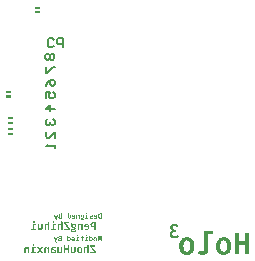
<source format=gbo>
G04*
G04 #@! TF.GenerationSoftware,Altium Limited,Altium Designer,22.0.2 (36)*
G04*
G04 Layer_Color=32896*
%FSLAX25Y25*%
%MOIN*%
G70*
G04*
G04 #@! TF.SameCoordinates,4AEEF1EB-5C28-47D6-87F3-BA9F17CF17F5*
G04*
G04*
G04 #@! TF.FilePolarity,Positive*
G04*
G01*
G75*
%ADD11C,0.00600*%
%ADD14C,0.00100*%
G36*
X22850Y47450D02*
X24150D01*
Y47800D01*
X22850D01*
Y47450D01*
D02*
G37*
G36*
X24150Y49350D02*
X22850D01*
X22850Y49000D01*
X24150D01*
X24150Y49350D01*
D02*
G37*
G36*
X22850Y51150D02*
X24150D01*
Y51500D01*
X22850D01*
Y51150D01*
D02*
G37*
G36*
X24150Y53050D02*
X22850D01*
X22850Y52700D01*
X24150D01*
X24150Y53050D01*
D02*
G37*
G36*
X22350Y59850D02*
X23650D01*
Y60200D01*
X22350D01*
Y59850D01*
D02*
G37*
G36*
X23650Y61750D02*
X22350D01*
X22350Y61400D01*
X23650D01*
X23650Y61750D01*
D02*
G37*
G36*
X31950Y87950D02*
X33250D01*
Y88300D01*
X31950D01*
Y87950D01*
D02*
G37*
G36*
X33250Y89850D02*
X31950D01*
X31950Y89500D01*
X33250D01*
X33250Y89850D01*
D02*
G37*
G36*
X38212Y18346D02*
X38254Y18335D01*
X38291Y18323D01*
X38324Y18306D01*
X38350Y18292D01*
X38366Y18278D01*
X38380Y18267D01*
X38383Y18264D01*
X38411Y18230D01*
X38431Y18197D01*
X38448Y18160D01*
X38456Y18129D01*
X38462Y18101D01*
X38465Y18076D01*
X38467Y18062D01*
Y18059D01*
Y18056D01*
X38465Y18011D01*
X38454Y17969D01*
X38439Y17935D01*
X38425Y17905D01*
X38408Y17879D01*
X38397Y17860D01*
X38386Y17848D01*
X38383Y17846D01*
X38350Y17817D01*
X38313Y17798D01*
X38276Y17781D01*
X38240Y17773D01*
X38209Y17767D01*
X38186Y17764D01*
X38170Y17761D01*
X38164D01*
X38116Y17764D01*
X38074Y17775D01*
X38035Y17789D01*
X38004Y17803D01*
X37979Y17820D01*
X37959Y17831D01*
X37948Y17843D01*
X37945Y17846D01*
X37917Y17879D01*
X37894Y17913D01*
X37880Y17950D01*
X37869Y17983D01*
X37863Y18011D01*
X37858Y18037D01*
Y18051D01*
Y18056D01*
X37861Y18101D01*
X37872Y18141D01*
X37886Y18177D01*
X37900Y18208D01*
X37917Y18230D01*
X37931Y18250D01*
X37942Y18261D01*
X37945Y18264D01*
X37979Y18292D01*
X38015Y18312D01*
X38052Y18329D01*
X38085Y18337D01*
X38116Y18343D01*
X38142Y18349D01*
X38164D01*
X38212Y18346D01*
D02*
G37*
G36*
X31586D02*
X31628Y18335D01*
X31664Y18323D01*
X31698Y18306D01*
X31723Y18292D01*
X31740Y18278D01*
X31754Y18267D01*
X31757Y18264D01*
X31785Y18230D01*
X31805Y18197D01*
X31822Y18160D01*
X31830Y18129D01*
X31836Y18101D01*
X31839Y18076D01*
X31842Y18062D01*
Y18059D01*
Y18056D01*
X31839Y18011D01*
X31828Y17969D01*
X31813Y17935D01*
X31799Y17905D01*
X31782Y17879D01*
X31771Y17860D01*
X31760Y17848D01*
X31757Y17846D01*
X31723Y17817D01*
X31687Y17798D01*
X31651Y17781D01*
X31614Y17773D01*
X31583Y17767D01*
X31561Y17764D01*
X31544Y17761D01*
X31538D01*
X31490Y17764D01*
X31448Y17775D01*
X31409Y17789D01*
X31378Y17803D01*
X31353Y17820D01*
X31333Y17831D01*
X31322Y17843D01*
X31319Y17846D01*
X31291Y17879D01*
X31268Y17913D01*
X31254Y17950D01*
X31243Y17983D01*
X31237Y18011D01*
X31232Y18037D01*
Y18051D01*
Y18056D01*
X31235Y18101D01*
X31246Y18141D01*
X31260Y18177D01*
X31274Y18208D01*
X31291Y18230D01*
X31305Y18250D01*
X31316Y18261D01*
X31319Y18264D01*
X31353Y18292D01*
X31389Y18312D01*
X31426Y18329D01*
X31459Y18337D01*
X31490Y18343D01*
X31516Y18349D01*
X31538D01*
X31586Y18346D01*
D02*
G37*
G36*
X41182Y18169D02*
Y15390D01*
X40699D01*
Y16800D01*
X40668Y16840D01*
X40637Y16876D01*
X40606Y16907D01*
X40575Y16935D01*
X40550Y16955D01*
X40530Y16972D01*
X40516Y16983D01*
X40510Y16986D01*
X40468Y17011D01*
X40426Y17031D01*
X40390Y17045D01*
X40353Y17056D01*
X40325Y17062D01*
X40303Y17064D01*
X40283D01*
X40238Y17062D01*
X40198Y17053D01*
X40165Y17045D01*
X40139Y17033D01*
X40120Y17019D01*
X40106Y17011D01*
X40097Y17003D01*
X40095Y17000D01*
X40075Y16972D01*
X40061Y16938D01*
X40052Y16901D01*
X40044Y16862D01*
X40041Y16828D01*
X40038Y16800D01*
Y16789D01*
Y16783D01*
Y16778D01*
Y16775D01*
Y15390D01*
X39555D01*
Y16840D01*
X39558Y16893D01*
X39561Y16941D01*
X39569Y16988D01*
X39577Y17031D01*
X39589Y17073D01*
X39600Y17109D01*
X39614Y17143D01*
X39628Y17174D01*
X39642Y17199D01*
X39656Y17224D01*
X39667Y17244D01*
X39679Y17261D01*
X39687Y17272D01*
X39696Y17281D01*
X39698Y17286D01*
X39701Y17289D01*
X39729Y17317D01*
X39763Y17343D01*
X39794Y17362D01*
X39830Y17382D01*
X39867Y17399D01*
X39903Y17410D01*
X39971Y17430D01*
X40005Y17435D01*
X40036Y17441D01*
X40064Y17444D01*
X40086Y17447D01*
X40106Y17449D01*
X40134D01*
X40201Y17447D01*
X40263Y17438D01*
X40322Y17424D01*
X40373Y17410D01*
X40418Y17396D01*
X40435Y17390D01*
X40451Y17382D01*
X40463Y17379D01*
X40471Y17373D01*
X40477Y17371D01*
X40479D01*
X40536Y17340D01*
X40584Y17306D01*
X40620Y17272D01*
X40651Y17239D01*
X40673Y17210D01*
X40687Y17188D01*
X40696Y17171D01*
X40699Y17168D01*
Y18222D01*
X41182Y18169D01*
D02*
G37*
G36*
X36765D02*
Y15390D01*
X36281D01*
Y16800D01*
X36250Y16840D01*
X36219Y16876D01*
X36189Y16907D01*
X36158Y16935D01*
X36132Y16955D01*
X36113Y16972D01*
X36099Y16983D01*
X36093Y16986D01*
X36051Y17011D01*
X36009Y17031D01*
X35972Y17045D01*
X35936Y17056D01*
X35908Y17062D01*
X35885Y17064D01*
X35866D01*
X35820Y17062D01*
X35781Y17053D01*
X35747Y17045D01*
X35722Y17033D01*
X35702Y17019D01*
X35688Y17011D01*
X35680Y17003D01*
X35677Y17000D01*
X35658Y16972D01*
X35644Y16938D01*
X35635Y16901D01*
X35627Y16862D01*
X35624Y16828D01*
X35621Y16800D01*
Y16789D01*
Y16783D01*
Y16778D01*
Y16775D01*
Y15390D01*
X35138D01*
Y16840D01*
X35140Y16893D01*
X35143Y16941D01*
X35152Y16988D01*
X35160Y17031D01*
X35171Y17073D01*
X35183Y17109D01*
X35197Y17143D01*
X35211Y17174D01*
X35225Y17199D01*
X35239Y17224D01*
X35250Y17244D01*
X35261Y17261D01*
X35270Y17272D01*
X35278Y17281D01*
X35281Y17286D01*
X35284Y17289D01*
X35312Y17317D01*
X35346Y17343D01*
X35377Y17362D01*
X35413Y17382D01*
X35450Y17399D01*
X35486Y17410D01*
X35554Y17430D01*
X35587Y17435D01*
X35618Y17441D01*
X35646Y17444D01*
X35669Y17447D01*
X35688Y17449D01*
X35717D01*
X35784Y17447D01*
X35846Y17438D01*
X35905Y17424D01*
X35955Y17410D01*
X36000Y17396D01*
X36017Y17390D01*
X36034Y17382D01*
X36045Y17379D01*
X36054Y17373D01*
X36059Y17371D01*
X36062D01*
X36118Y17340D01*
X36166Y17306D01*
X36203Y17272D01*
X36234Y17239D01*
X36256Y17210D01*
X36270Y17188D01*
X36279Y17171D01*
X36281Y17168D01*
Y18222D01*
X36765Y18169D01*
D02*
G37*
G36*
X49230Y17447D02*
X49280Y17444D01*
X49373Y17427D01*
X49418Y17416D01*
X49457Y17404D01*
X49497Y17393D01*
X49531Y17379D01*
X49561Y17365D01*
X49589Y17354D01*
X49615Y17343D01*
X49635Y17331D01*
X49648Y17323D01*
X49663Y17314D01*
X49668Y17312D01*
X49671Y17309D01*
X49744Y17253D01*
X49809Y17191D01*
X49865Y17129D01*
X49910Y17070D01*
X49944Y17017D01*
X49958Y16991D01*
X49972Y16972D01*
X49980Y16955D01*
X49986Y16943D01*
X49991Y16935D01*
Y16932D01*
X50028Y16840D01*
X50056Y16747D01*
X50073Y16657D01*
X50087Y16573D01*
X50093Y16536D01*
X50095Y16500D01*
X50098Y16469D01*
Y16443D01*
X50101Y16421D01*
Y16407D01*
Y16396D01*
Y16393D01*
X50095Y16280D01*
X50084Y16176D01*
X50076Y16126D01*
X50064Y16081D01*
X50056Y16039D01*
X50045Y15999D01*
X50033Y15966D01*
X50025Y15935D01*
X50014Y15907D01*
X50005Y15884D01*
X50000Y15867D01*
X49994Y15853D01*
X49988Y15845D01*
Y15842D01*
X49941Y15758D01*
X49890Y15685D01*
X49834Y15623D01*
X49781Y15570D01*
X49755Y15547D01*
X49733Y15527D01*
X49710Y15510D01*
X49694Y15499D01*
X49677Y15488D01*
X49665Y15480D01*
X49660Y15477D01*
X49657Y15474D01*
X49615Y15451D01*
X49570Y15432D01*
X49483Y15398D01*
X49393Y15376D01*
X49311Y15359D01*
X49272Y15353D01*
X49238Y15350D01*
X49207Y15345D01*
X49179D01*
X49160Y15342D01*
X49129D01*
X49053Y15345D01*
X48980Y15353D01*
X48912Y15361D01*
X48853Y15376D01*
X48825Y15381D01*
X48803Y15387D01*
X48783Y15392D01*
X48766Y15395D01*
X48752Y15401D01*
X48741Y15404D01*
X48735Y15406D01*
X48733D01*
X48662Y15435D01*
X48598Y15465D01*
X48539Y15499D01*
X48488Y15533D01*
X48446Y15564D01*
X48429Y15578D01*
X48415Y15589D01*
X48401Y15598D01*
X48393Y15606D01*
X48390Y15609D01*
X48387Y15612D01*
X48592Y15901D01*
X48648Y15870D01*
X48699Y15842D01*
X48746Y15820D01*
X48786Y15800D01*
X48817Y15786D01*
X48842Y15777D01*
X48856Y15772D01*
X48862Y15769D01*
X48907Y15755D01*
X48949Y15746D01*
X48991Y15738D01*
X49027Y15735D01*
X49061Y15732D01*
X49086Y15730D01*
X49109D01*
X49148Y15732D01*
X49185Y15735D01*
X49252Y15749D01*
X49311Y15772D01*
X49362Y15794D01*
X49401Y15817D01*
X49418Y15828D01*
X49429Y15839D01*
X49441Y15848D01*
X49449Y15853D01*
X49452Y15859D01*
X49455D01*
X49500Y15912D01*
X49533Y15971D01*
X49559Y16033D01*
X49578Y16092D01*
X49589Y16146D01*
X49592Y16168D01*
X49595Y16188D01*
X49598Y16205D01*
X49601Y16216D01*
Y16224D01*
Y16227D01*
X48319D01*
X48317Y16269D01*
X48314Y16311D01*
X48311Y16348D01*
X48308Y16382D01*
Y16407D01*
Y16429D01*
Y16441D01*
Y16446D01*
X48314Y16556D01*
X48325Y16660D01*
X48333Y16705D01*
X48342Y16750D01*
X48350Y16789D01*
X48362Y16826D01*
X48373Y16859D01*
X48381Y16890D01*
X48390Y16915D01*
X48398Y16938D01*
X48404Y16955D01*
X48409Y16966D01*
X48415Y16974D01*
Y16977D01*
X48457Y17059D01*
X48505Y17129D01*
X48555Y17188D01*
X48603Y17236D01*
X48648Y17275D01*
X48668Y17292D01*
X48682Y17303D01*
X48696Y17314D01*
X48707Y17320D01*
X48713Y17326D01*
X48716D01*
X48752Y17348D01*
X48792Y17368D01*
X48870Y17396D01*
X48949Y17418D01*
X49022Y17435D01*
X49053Y17438D01*
X49084Y17444D01*
X49112Y17447D01*
X49134D01*
X49154Y17449D01*
X49179D01*
X49230Y17447D01*
D02*
G37*
G36*
X34556Y15957D02*
X34553Y15904D01*
X34550Y15853D01*
X34542Y15805D01*
X34534Y15763D01*
X34522Y15721D01*
X34508Y15685D01*
X34494Y15651D01*
X34480Y15620D01*
X34469Y15592D01*
X34455Y15570D01*
X34441Y15550D01*
X34430Y15533D01*
X34421Y15519D01*
X34413Y15510D01*
X34410Y15505D01*
X34407Y15502D01*
X34376Y15474D01*
X34345Y15449D01*
X34309Y15429D01*
X34272Y15409D01*
X34236Y15395D01*
X34199Y15381D01*
X34126Y15361D01*
X34092Y15356D01*
X34062Y15350D01*
X34033Y15348D01*
X34008Y15345D01*
X33988Y15342D01*
X33960D01*
X33893Y15345D01*
X33828Y15353D01*
X33769Y15367D01*
X33716Y15381D01*
X33671Y15395D01*
X33651Y15404D01*
X33637Y15409D01*
X33623Y15412D01*
X33615Y15418D01*
X33609Y15420D01*
X33606D01*
X33547Y15454D01*
X33497Y15488D01*
X33457Y15525D01*
X33426Y15558D01*
X33404Y15589D01*
X33387Y15614D01*
X33379Y15631D01*
X33376Y15634D01*
Y15637D01*
X33356Y15390D01*
X32932D01*
Y17399D01*
X33418D01*
Y15971D01*
X33443Y15935D01*
X33474Y15901D01*
X33502Y15870D01*
X33533Y15845D01*
X33558Y15822D01*
X33578Y15808D01*
X33592Y15797D01*
X33598Y15794D01*
X33640Y15772D01*
X33682Y15755D01*
X33721Y15741D01*
X33758Y15732D01*
X33789Y15727D01*
X33811Y15724D01*
X33831D01*
X33876Y15727D01*
X33913Y15732D01*
X33946Y15744D01*
X33972Y15755D01*
X33991Y15766D01*
X34005Y15777D01*
X34014Y15783D01*
X34016Y15786D01*
X34036Y15814D01*
X34050Y15848D01*
X34059Y15884D01*
X34064Y15921D01*
X34070Y15954D01*
X34073Y15982D01*
Y15994D01*
Y16002D01*
Y16005D01*
Y16008D01*
Y17399D01*
X34556D01*
Y15957D01*
D02*
G37*
G36*
X52203Y15390D02*
X51703D01*
Y16292D01*
X51433D01*
X51346Y16294D01*
X51264Y16300D01*
X51188Y16311D01*
X51115Y16325D01*
X51051Y16342D01*
X50989Y16359D01*
X50933Y16379D01*
X50879Y16398D01*
X50834Y16418D01*
X50795Y16438D01*
X50761Y16455D01*
X50733Y16472D01*
X50711Y16486D01*
X50697Y16497D01*
X50685Y16502D01*
X50683Y16505D01*
X50635Y16547D01*
X50590Y16595D01*
X50553Y16646D01*
X50522Y16699D01*
X50494Y16755D01*
X50472Y16809D01*
X50455Y16865D01*
X50438Y16915D01*
X50427Y16966D01*
X50419Y17014D01*
X50413Y17056D01*
X50410Y17093D01*
X50407Y17123D01*
X50404Y17146D01*
Y17160D01*
Y17165D01*
X50407Y17241D01*
X50416Y17312D01*
X50430Y17376D01*
X50447Y17438D01*
X50469Y17492D01*
X50491Y17545D01*
X50517Y17590D01*
X50542Y17632D01*
X50570Y17669D01*
X50595Y17699D01*
X50618Y17725D01*
X50638Y17747D01*
X50657Y17764D01*
X50671Y17778D01*
X50680Y17784D01*
X50683Y17786D01*
X50736Y17823D01*
X50795Y17854D01*
X50857Y17882D01*
X50921Y17907D01*
X50986Y17927D01*
X51051Y17944D01*
X51115Y17958D01*
X51177Y17969D01*
X51233Y17978D01*
X51287Y17983D01*
X51337Y17989D01*
X51380Y17992D01*
X51413Y17995D01*
X52203D01*
Y15390D01*
D02*
G37*
G36*
X46827Y17447D02*
X46895Y17435D01*
X46954Y17424D01*
X47010Y17407D01*
X47055Y17393D01*
X47075Y17385D01*
X47089Y17379D01*
X47103Y17373D01*
X47111Y17368D01*
X47117Y17365D01*
X47120D01*
X47179Y17331D01*
X47229Y17298D01*
X47271Y17261D01*
X47305Y17227D01*
X47330Y17196D01*
X47347Y17171D01*
X47358Y17154D01*
X47361Y17152D01*
Y17149D01*
X47384Y17399D01*
X47808D01*
Y15390D01*
X47325D01*
Y16806D01*
X47294Y16845D01*
X47263Y16882D01*
X47229Y16913D01*
X47201Y16938D01*
X47176Y16960D01*
X47153Y16974D01*
X47142Y16986D01*
X47136Y16988D01*
X47094Y17014D01*
X47055Y17033D01*
X47016Y17045D01*
X46979Y17056D01*
X46951Y17062D01*
X46926Y17064D01*
X46906D01*
X46869Y17062D01*
X46839Y17059D01*
X46813Y17053D01*
X46791Y17045D01*
X46777Y17036D01*
X46763Y17031D01*
X46757Y17028D01*
X46754Y17025D01*
X46737Y17008D01*
X46720Y16991D01*
X46701Y16949D01*
X46692Y16929D01*
X46687Y16913D01*
X46684Y16901D01*
Y16899D01*
X46678Y16862D01*
X46673Y16820D01*
X46670Y16778D01*
X46667Y16733D01*
X46664Y16696D01*
Y16662D01*
Y16651D01*
Y16643D01*
Y16637D01*
Y16634D01*
Y15390D01*
X46181D01*
Y16840D01*
X46184Y16893D01*
X46187Y16941D01*
X46195Y16988D01*
X46204Y17031D01*
X46215Y17073D01*
X46226Y17109D01*
X46240Y17143D01*
X46254Y17174D01*
X46268Y17199D01*
X46282Y17224D01*
X46293Y17244D01*
X46305Y17261D01*
X46313Y17272D01*
X46321Y17281D01*
X46324Y17286D01*
X46327Y17289D01*
X46355Y17317D01*
X46389Y17343D01*
X46420Y17362D01*
X46456Y17382D01*
X46493Y17399D01*
X46529Y17410D01*
X46597Y17430D01*
X46631Y17435D01*
X46661Y17441D01*
X46690Y17444D01*
X46712Y17447D01*
X46732Y17449D01*
X46760D01*
X46827Y17447D01*
D02*
G37*
G36*
X43368Y17579D02*
X42210D01*
X43500Y15766D01*
Y15390D01*
X41710D01*
X41660Y15811D01*
X42941D01*
X41668Y17615D01*
Y17995D01*
X43368D01*
Y17579D01*
D02*
G37*
G36*
X38886Y17028D02*
X38324D01*
Y15761D01*
X38906D01*
Y15390D01*
X37313D01*
Y15761D01*
X37841D01*
Y17399D01*
X38886D01*
Y17028D01*
D02*
G37*
G36*
X32260D02*
X31698D01*
Y15761D01*
X32280D01*
Y15390D01*
X30687D01*
Y15761D01*
X31215D01*
Y17399D01*
X32260D01*
Y17028D01*
D02*
G37*
G36*
X43970Y17624D02*
X44026Y17598D01*
X44074Y17579D01*
X44116Y17562D01*
X44146Y17550D01*
X44172Y17542D01*
X44186Y17536D01*
X44192Y17534D01*
X44234Y17520D01*
X44279Y17508D01*
X44324Y17497D01*
X44366Y17489D01*
X44402Y17480D01*
X44430Y17477D01*
X44442Y17475D01*
X44450Y17472D01*
X44456D01*
X44515Y17463D01*
X44576Y17458D01*
X44638Y17455D01*
X44697Y17452D01*
X44748Y17449D01*
X44824D01*
X44914Y17447D01*
X44995Y17435D01*
X45071Y17421D01*
X45105Y17413D01*
X45136Y17404D01*
X45164Y17393D01*
X45189Y17385D01*
X45209Y17379D01*
X45228Y17371D01*
X45242Y17365D01*
X45254Y17359D01*
X45259Y17357D01*
X45262D01*
X45330Y17320D01*
X45391Y17278D01*
X45442Y17236D01*
X45487Y17196D01*
X45521Y17157D01*
X45546Y17129D01*
X45554Y17118D01*
X45560Y17109D01*
X45566Y17104D01*
Y17101D01*
X45602Y17039D01*
X45627Y16974D01*
X45647Y16910D01*
X45658Y16854D01*
X45667Y16803D01*
X45670Y16781D01*
Y16764D01*
X45672Y16747D01*
Y16736D01*
Y16730D01*
Y16727D01*
X45670Y16654D01*
X45658Y16590D01*
X45644Y16533D01*
X45630Y16483D01*
X45613Y16443D01*
X45608Y16427D01*
X45602Y16412D01*
X45597Y16401D01*
X45591Y16393D01*
X45588Y16390D01*
Y16387D01*
X45551Y16337D01*
X45512Y16294D01*
X45470Y16261D01*
X45431Y16230D01*
X45394Y16207D01*
X45366Y16193D01*
X45355Y16188D01*
X45346Y16182D01*
X45341Y16179D01*
X45338D01*
X45372Y16162D01*
X45403Y16140D01*
X45431Y16117D01*
X45453Y16095D01*
X45470Y16075D01*
X45484Y16058D01*
X45493Y16047D01*
X45495Y16041D01*
X45515Y16005D01*
X45529Y15969D01*
X45540Y15932D01*
X45546Y15901D01*
X45551Y15873D01*
X45554Y15853D01*
Y15839D01*
Y15834D01*
X45551Y15791D01*
X45543Y15752D01*
X45535Y15718D01*
X45521Y15687D01*
X45509Y15662D01*
X45501Y15642D01*
X45493Y15631D01*
X45490Y15626D01*
X45462Y15592D01*
X45434Y15564D01*
X45400Y15539D01*
X45369Y15519D01*
X45341Y15502D01*
X45318Y15491D01*
X45304Y15482D01*
X45299Y15480D01*
X45248Y15463D01*
X45195Y15449D01*
X45144Y15440D01*
X45094Y15432D01*
X45051Y15429D01*
X45032D01*
X45018Y15426D01*
X44652D01*
X44596Y15423D01*
X44546Y15418D01*
X44503Y15409D01*
X44467Y15398D01*
X44439Y15387D01*
X44419Y15378D01*
X44405Y15373D01*
X44402Y15370D01*
X44371Y15348D01*
X44349Y15322D01*
X44335Y15297D01*
X44324Y15274D01*
X44318Y15252D01*
X44312Y15235D01*
Y15224D01*
Y15218D01*
X44318Y15176D01*
X44332Y15139D01*
X44349Y15106D01*
X44371Y15080D01*
X44394Y15061D01*
X44411Y15044D01*
X44425Y15036D01*
X44430Y15033D01*
X44453Y15021D01*
X44481Y15010D01*
X44540Y14996D01*
X44607Y14985D01*
X44672Y14976D01*
X44734Y14971D01*
X44759D01*
X44784Y14968D01*
X44897D01*
X44956Y14974D01*
X45009Y14976D01*
X45049Y14982D01*
X45082Y14988D01*
X45105Y14991D01*
X45119Y14996D01*
X45124D01*
X45158Y15008D01*
X45186Y15021D01*
X45209Y15036D01*
X45228Y15050D01*
X45240Y15061D01*
X45251Y15072D01*
X45254Y15078D01*
X45257Y15080D01*
X45268Y15103D01*
X45276Y15134D01*
X45285Y15196D01*
X45287Y15224D01*
X45290Y15246D01*
Y15263D01*
Y15266D01*
Y15269D01*
X45734D01*
X45731Y15182D01*
X45720Y15103D01*
X45715Y15069D01*
X45706Y15036D01*
X45700Y15008D01*
X45692Y14982D01*
X45684Y14957D01*
X45675Y14937D01*
X45670Y14920D01*
X45664Y14906D01*
X45658Y14895D01*
X45653Y14887D01*
X45650Y14884D01*
Y14881D01*
X45613Y14830D01*
X45568Y14788D01*
X45521Y14752D01*
X45476Y14724D01*
X45434Y14701D01*
X45414Y14690D01*
X45397Y14684D01*
X45386Y14679D01*
X45375Y14673D01*
X45369Y14670D01*
X45366D01*
X45327Y14659D01*
X45285Y14648D01*
X45197Y14631D01*
X45110Y14617D01*
X45023Y14608D01*
X44984Y14606D01*
X44947Y14603D01*
X44916D01*
X44888Y14600D01*
X44832D01*
X44717Y14603D01*
X44664Y14606D01*
X44613Y14611D01*
X44565Y14617D01*
X44520Y14623D01*
X44481Y14631D01*
X44442Y14637D01*
X44408Y14642D01*
X44377Y14651D01*
X44352Y14656D01*
X44329Y14662D01*
X44312Y14667D01*
X44301Y14670D01*
X44293Y14673D01*
X44290D01*
X44211Y14704D01*
X44141Y14738D01*
X44082Y14774D01*
X44034Y14811D01*
X43995Y14842D01*
X43970Y14870D01*
X43953Y14887D01*
X43947Y14889D01*
Y14892D01*
X43924Y14920D01*
X43908Y14948D01*
X43877Y15010D01*
X43854Y15069D01*
X43840Y15125D01*
X43832Y15173D01*
X43829Y15193D01*
Y15213D01*
X43826Y15227D01*
Y15238D01*
Y15244D01*
Y15246D01*
X43829Y15305D01*
X43840Y15359D01*
X43857Y15409D01*
X43874Y15451D01*
X43894Y15485D01*
X43908Y15513D01*
X43919Y15530D01*
X43924Y15536D01*
X43964Y15584D01*
X44006Y15623D01*
X44051Y15659D01*
X44093Y15687D01*
X44130Y15710D01*
X44161Y15727D01*
X44172Y15732D01*
X44180Y15738D01*
X44186Y15741D01*
X44189D01*
X44253Y15766D01*
X44318Y15786D01*
X44383Y15797D01*
X44442Y15808D01*
X44492Y15814D01*
X44515D01*
X44532Y15817D01*
X44950D01*
X44987Y15822D01*
X45015Y15825D01*
X45037Y15831D01*
X45054Y15836D01*
X45065Y15839D01*
X45071Y15845D01*
X45074D01*
X45088Y15856D01*
X45096Y15870D01*
X45108Y15898D01*
X45110Y15910D01*
X45113Y15921D01*
Y15926D01*
Y15929D01*
X45110Y15954D01*
X45102Y15977D01*
X45096Y15994D01*
X45094Y15997D01*
Y15999D01*
X45079Y16022D01*
X45068Y16039D01*
X45060Y16050D01*
X45057Y16053D01*
X45018Y16041D01*
X44976Y16033D01*
X44933Y16027D01*
X44891Y16025D01*
X44852Y16022D01*
X44824Y16019D01*
X44796D01*
X44708Y16022D01*
X44627Y16033D01*
X44557Y16047D01*
X44523Y16056D01*
X44495Y16064D01*
X44467Y16070D01*
X44444Y16078D01*
X44422Y16086D01*
X44405Y16092D01*
X44391Y16098D01*
X44383Y16103D01*
X44377Y16106D01*
X44374D01*
X44309Y16143D01*
X44253Y16182D01*
X44205Y16224D01*
X44166Y16263D01*
X44133Y16300D01*
X44110Y16328D01*
X44104Y16339D01*
X44099Y16348D01*
X44093Y16351D01*
Y16353D01*
X44059Y16415D01*
X44037Y16477D01*
X44020Y16536D01*
X44006Y16592D01*
X44000Y16640D01*
X43998Y16662D01*
Y16679D01*
X43995Y16693D01*
Y16705D01*
Y16710D01*
Y16713D01*
X43998Y16778D01*
X44009Y16840D01*
X44026Y16890D01*
X44043Y16935D01*
X44059Y16972D01*
X44076Y17000D01*
X44087Y17017D01*
X44090Y17022D01*
X44127Y17064D01*
X44169Y17101D01*
X44211Y17126D01*
X44253Y17143D01*
X44290Y17157D01*
X44318Y17163D01*
X44329Y17165D01*
X44338Y17168D01*
X44290D01*
X44236Y17171D01*
X44189Y17174D01*
X44144Y17177D01*
X44107D01*
X44079Y17180D01*
X44071Y17182D01*
X44057D01*
X44006Y17188D01*
X43955Y17199D01*
X43911Y17210D01*
X43868Y17219D01*
X43835Y17230D01*
X43806Y17239D01*
X43790Y17244D01*
X43787Y17247D01*
X43784D01*
X43908Y17649D01*
X43970Y17624D01*
D02*
G37*
G36*
X103400Y7233D02*
X102010D01*
Y10427D01*
X99917D01*
Y7233D01*
X98527D01*
Y14473D01*
X99917D01*
Y11599D01*
X102010D01*
Y14473D01*
X103400D01*
Y7233D01*
D02*
G37*
G36*
X91349Y13942D02*
X89717D01*
Y8904D01*
X89709Y8701D01*
X89686Y8521D01*
X89647Y8357D01*
X89608Y8209D01*
X89576Y8100D01*
X89553Y8045D01*
X89537Y8006D01*
X89522Y7975D01*
X89514Y7951D01*
X89506Y7943D01*
Y7936D01*
X89412Y7795D01*
X89319Y7670D01*
X89209Y7561D01*
X89108Y7475D01*
X89022Y7405D01*
X88951Y7350D01*
X88897Y7319D01*
X88889Y7311D01*
X88881D01*
X88717Y7241D01*
X88553Y7186D01*
X88389Y7155D01*
X88233Y7123D01*
X88100Y7108D01*
X88046D01*
X87991Y7100D01*
X87897D01*
X87749Y7108D01*
X87600Y7116D01*
X87319Y7155D01*
X87194Y7178D01*
X87069Y7209D01*
X86952Y7241D01*
X86851Y7272D01*
X86757Y7303D01*
X86671Y7334D01*
X86593Y7366D01*
X86530Y7389D01*
X86484Y7412D01*
X86444Y7428D01*
X86421Y7444D01*
X86413D01*
X86741Y8397D01*
X86929Y8334D01*
X87108Y8287D01*
X87257Y8256D01*
X87397Y8232D01*
X87507Y8217D01*
X87585Y8209D01*
X87655D01*
X87780Y8217D01*
X87889Y8232D01*
X87983Y8256D01*
X88053Y8279D01*
X88116Y8303D01*
X88163Y8326D01*
X88186Y8342D01*
X88194Y8350D01*
X88256Y8412D01*
X88296Y8482D01*
X88327Y8553D01*
X88350Y8631D01*
X88366Y8693D01*
X88374Y8756D01*
Y8787D01*
Y8803D01*
Y14980D01*
X91349D01*
Y13942D01*
D02*
G37*
G36*
X94973Y12950D02*
X95114Y12942D01*
X95371Y12903D01*
X95496Y12872D01*
X95606Y12840D01*
X95715Y12809D01*
X95809Y12770D01*
X95895Y12739D01*
X95973Y12700D01*
X96043Y12668D01*
X96098Y12645D01*
X96137Y12614D01*
X96176Y12598D01*
X96191Y12590D01*
X96199Y12583D01*
X96402Y12434D01*
X96582Y12270D01*
X96730Y12098D01*
X96855Y11927D01*
X96949Y11778D01*
X96988Y11716D01*
X97019Y11661D01*
X97043Y11614D01*
X97058Y11583D01*
X97074Y11559D01*
Y11552D01*
X97168Y11294D01*
X97238Y11036D01*
X97293Y10779D01*
X97324Y10544D01*
X97339Y10435D01*
X97347Y10333D01*
X97355Y10247D01*
Y10177D01*
X97363Y10115D01*
Y10068D01*
Y10037D01*
Y10029D01*
X97347Y9701D01*
X97339Y9552D01*
X97316Y9404D01*
X97293Y9271D01*
X97269Y9138D01*
X97246Y9021D01*
X97215Y8912D01*
X97191Y8810D01*
X97168Y8725D01*
X97144Y8646D01*
X97121Y8584D01*
X97097Y8537D01*
X97089Y8498D01*
X97074Y8475D01*
Y8467D01*
X96949Y8232D01*
X96816Y8029D01*
X96668Y7858D01*
X96527Y7709D01*
X96465Y7647D01*
X96402Y7600D01*
X96348Y7553D01*
X96301Y7514D01*
X96262Y7491D01*
X96230Y7467D01*
X96215Y7459D01*
X96207Y7451D01*
X96098Y7389D01*
X95981Y7334D01*
X95754Y7248D01*
X95520Y7186D01*
X95301Y7147D01*
X95200Y7131D01*
X95114Y7116D01*
X95028Y7108D01*
X94957D01*
X94903Y7100D01*
X94825D01*
X94676Y7108D01*
X94536Y7116D01*
X94278Y7155D01*
X94153Y7186D01*
X94044Y7217D01*
X93934Y7248D01*
X93841Y7280D01*
X93755Y7311D01*
X93677Y7342D01*
X93614Y7373D01*
X93559Y7405D01*
X93512Y7428D01*
X93481Y7444D01*
X93466Y7459D01*
X93458D01*
X93255Y7608D01*
X93075Y7772D01*
X92927Y7943D01*
X92802Y8115D01*
X92708Y8264D01*
X92669Y8326D01*
X92638Y8381D01*
X92614Y8428D01*
X92599Y8459D01*
X92583Y8482D01*
Y8490D01*
X92482Y8748D01*
X92411Y9014D01*
X92357Y9271D01*
X92325Y9513D01*
X92310Y9623D01*
X92302Y9724D01*
X92294Y9810D01*
Y9888D01*
X92286Y9951D01*
Y9997D01*
Y10029D01*
Y10037D01*
X92302Y10357D01*
X92333Y10646D01*
X92357Y10779D01*
X92380Y10904D01*
X92404Y11021D01*
X92435Y11130D01*
X92466Y11224D01*
X92489Y11317D01*
X92513Y11388D01*
X92536Y11450D01*
X92552Y11505D01*
X92567Y11536D01*
X92583Y11559D01*
Y11567D01*
X92700Y11802D01*
X92841Y12005D01*
X92981Y12184D01*
X93122Y12325D01*
X93185Y12387D01*
X93247Y12442D01*
X93302Y12489D01*
X93348Y12528D01*
X93388Y12551D01*
X93419Y12575D01*
X93434Y12583D01*
X93442Y12590D01*
X93552Y12653D01*
X93669Y12715D01*
X93895Y12801D01*
X94130Y12872D01*
X94348Y12911D01*
X94450Y12926D01*
X94536Y12942D01*
X94622Y12950D01*
X94692D01*
X94747Y12957D01*
X94825D01*
X94973Y12950D01*
D02*
G37*
G36*
X82696D02*
X82836Y12942D01*
X83094Y12903D01*
X83219Y12872D01*
X83328Y12840D01*
X83438Y12809D01*
X83531Y12770D01*
X83617Y12739D01*
X83695Y12700D01*
X83766Y12668D01*
X83820Y12645D01*
X83859Y12614D01*
X83898Y12598D01*
X83914Y12590D01*
X83922Y12583D01*
X84125Y12434D01*
X84304Y12270D01*
X84453Y12098D01*
X84578Y11927D01*
X84672Y11778D01*
X84711Y11716D01*
X84742Y11661D01*
X84765Y11614D01*
X84781Y11583D01*
X84797Y11559D01*
Y11552D01*
X84890Y11294D01*
X84961Y11036D01*
X85015Y10779D01*
X85046Y10544D01*
X85062Y10435D01*
X85070Y10333D01*
X85078Y10247D01*
Y10177D01*
X85086Y10115D01*
Y10068D01*
Y10037D01*
Y10029D01*
X85070Y9701D01*
X85062Y9552D01*
X85039Y9404D01*
X85015Y9271D01*
X84992Y9138D01*
X84968Y9021D01*
X84937Y8912D01*
X84914Y8810D01*
X84890Y8725D01*
X84867Y8646D01*
X84843Y8584D01*
X84820Y8537D01*
X84812Y8498D01*
X84797Y8475D01*
Y8467D01*
X84672Y8232D01*
X84539Y8029D01*
X84390Y7858D01*
X84250Y7709D01*
X84187Y7647D01*
X84125Y7600D01*
X84070Y7553D01*
X84023Y7514D01*
X83984Y7491D01*
X83953Y7467D01*
X83938Y7459D01*
X83930Y7451D01*
X83820Y7389D01*
X83703Y7334D01*
X83477Y7248D01*
X83242Y7186D01*
X83024Y7147D01*
X82922Y7131D01*
X82836Y7116D01*
X82750Y7108D01*
X82680D01*
X82625Y7100D01*
X82547D01*
X82399Y7108D01*
X82258Y7116D01*
X82001Y7155D01*
X81876Y7186D01*
X81766Y7217D01*
X81657Y7248D01*
X81563Y7280D01*
X81477Y7311D01*
X81399Y7342D01*
X81337Y7373D01*
X81282Y7405D01*
X81235Y7428D01*
X81204Y7444D01*
X81188Y7459D01*
X81181D01*
X80977Y7608D01*
X80798Y7772D01*
X80650Y7943D01*
X80524Y8115D01*
X80431Y8264D01*
X80392Y8326D01*
X80361Y8381D01*
X80337Y8428D01*
X80322Y8459D01*
X80306Y8482D01*
Y8490D01*
X80204Y8748D01*
X80134Y9014D01*
X80079Y9271D01*
X80048Y9513D01*
X80032Y9623D01*
X80025Y9724D01*
X80017Y9810D01*
Y9888D01*
X80009Y9951D01*
Y9997D01*
Y10029D01*
Y10037D01*
X80025Y10357D01*
X80056Y10646D01*
X80079Y10779D01*
X80103Y10904D01*
X80126Y11021D01*
X80157Y11130D01*
X80189Y11224D01*
X80212Y11317D01*
X80235Y11388D01*
X80259Y11450D01*
X80275Y11505D01*
X80290Y11536D01*
X80306Y11559D01*
Y11567D01*
X80423Y11802D01*
X80564Y12005D01*
X80704Y12184D01*
X80845Y12325D01*
X80907Y12387D01*
X80970Y12442D01*
X81024Y12489D01*
X81071Y12528D01*
X81110Y12551D01*
X81142Y12575D01*
X81157Y12583D01*
X81165Y12590D01*
X81274Y12653D01*
X81391Y12715D01*
X81618Y12801D01*
X81852Y12872D01*
X82071Y12911D01*
X82172Y12926D01*
X82258Y12942D01*
X82344Y12950D01*
X82415D01*
X82469Y12957D01*
X82547D01*
X82696Y12950D01*
D02*
G37*
G36*
X31451Y10604D02*
X31493Y10593D01*
X31530Y10581D01*
X31563Y10565D01*
X31589Y10550D01*
X31605Y10537D01*
X31620Y10525D01*
X31622Y10522D01*
X31651Y10489D01*
X31670Y10455D01*
X31687Y10418D01*
X31695Y10387D01*
X31701Y10359D01*
X31704Y10334D01*
X31707Y10320D01*
Y10317D01*
Y10315D01*
X31704Y10270D01*
X31693Y10227D01*
X31679Y10194D01*
X31664Y10163D01*
X31648Y10137D01*
X31636Y10118D01*
X31625Y10107D01*
X31622Y10104D01*
X31589Y10076D01*
X31552Y10056D01*
X31516Y10039D01*
X31479Y10031D01*
X31448Y10025D01*
X31426Y10022D01*
X31409Y10019D01*
X31403D01*
X31355Y10022D01*
X31313Y10034D01*
X31274Y10047D01*
X31243Y10062D01*
X31218Y10078D01*
X31198Y10090D01*
X31187Y10101D01*
X31184Y10104D01*
X31156Y10137D01*
X31133Y10171D01*
X31119Y10208D01*
X31108Y10241D01*
X31102Y10270D01*
X31097Y10295D01*
Y10309D01*
Y10315D01*
X31100Y10359D01*
X31111Y10399D01*
X31125Y10435D01*
X31139Y10466D01*
X31156Y10489D01*
X31170Y10508D01*
X31181Y10520D01*
X31184Y10522D01*
X31218Y10550D01*
X31254Y10570D01*
X31291Y10587D01*
X31324Y10595D01*
X31355Y10601D01*
X31381Y10607D01*
X31403D01*
X31451Y10604D01*
D02*
G37*
G36*
X49882Y10427D02*
Y7648D01*
X49398D01*
Y9058D01*
X49367Y9098D01*
X49337Y9134D01*
X49306Y9165D01*
X49275Y9193D01*
X49250Y9213D01*
X49230Y9230D01*
X49216Y9241D01*
X49210Y9244D01*
X49168Y9269D01*
X49126Y9289D01*
X49089Y9303D01*
X49053Y9314D01*
X49025Y9320D01*
X49002Y9323D01*
X48983D01*
X48938Y9320D01*
X48898Y9311D01*
X48864Y9303D01*
X48839Y9292D01*
X48820Y9278D01*
X48805Y9269D01*
X48797Y9261D01*
X48794Y9258D01*
X48775Y9230D01*
X48761Y9196D01*
X48752Y9160D01*
X48744Y9120D01*
X48741Y9087D01*
X48738Y9058D01*
Y9047D01*
Y9042D01*
Y9036D01*
Y9033D01*
Y7648D01*
X48255D01*
Y9098D01*
X48258Y9151D01*
X48260Y9199D01*
X48269Y9247D01*
X48277Y9289D01*
X48289Y9331D01*
X48300Y9368D01*
X48314Y9401D01*
X48328Y9432D01*
X48342Y9457D01*
X48356Y9483D01*
X48367Y9502D01*
X48378Y9519D01*
X48387Y9531D01*
X48395Y9539D01*
X48398Y9544D01*
X48401Y9547D01*
X48429Y9575D01*
X48463Y9601D01*
X48494Y9620D01*
X48530Y9640D01*
X48567Y9657D01*
X48603Y9668D01*
X48671Y9688D01*
X48704Y9693D01*
X48735Y9699D01*
X48763Y9702D01*
X48786Y9705D01*
X48805Y9708D01*
X48834D01*
X48901Y9705D01*
X48963Y9696D01*
X49022Y9682D01*
X49073Y9668D01*
X49117Y9654D01*
X49134Y9648D01*
X49151Y9640D01*
X49162Y9637D01*
X49171Y9632D01*
X49176Y9629D01*
X49179D01*
X49235Y9598D01*
X49283Y9564D01*
X49320Y9531D01*
X49351Y9497D01*
X49373Y9469D01*
X49387Y9446D01*
X49396Y9429D01*
X49398Y9426D01*
Y10480D01*
X49882Y10427D01*
D02*
G37*
G36*
X43320Y7648D02*
X42820D01*
Y8797D01*
X42067D01*
Y7648D01*
X41567D01*
Y10253D01*
X42067D01*
Y9219D01*
X42820D01*
Y10253D01*
X43320D01*
Y7648D01*
D02*
G37*
G36*
X38212Y9702D02*
X38268Y9696D01*
X38319Y9691D01*
X38364Y9685D01*
X38380Y9682D01*
X38397Y9679D01*
X38411Y9677D01*
X38420D01*
X38425Y9674D01*
X38428D01*
X38496Y9660D01*
X38563Y9643D01*
X38628Y9623D01*
X38687Y9606D01*
X38737Y9589D01*
X38757Y9581D01*
X38777Y9575D01*
X38791Y9570D01*
X38802Y9564D01*
X38807Y9561D01*
X38810D01*
X38695Y9216D01*
X38631Y9233D01*
X38572Y9250D01*
X38518Y9261D01*
X38473Y9272D01*
X38437Y9280D01*
X38408Y9286D01*
X38400Y9289D01*
X38392Y9292D01*
X38386D01*
X38338Y9300D01*
X38293Y9306D01*
X38254Y9311D01*
X38220Y9314D01*
X38195Y9317D01*
X38156D01*
X38085Y9314D01*
X38024Y9306D01*
X37973Y9292D01*
X37931Y9280D01*
X37900Y9266D01*
X37877Y9252D01*
X37863Y9244D01*
X37858Y9241D01*
X37824Y9210D01*
X37802Y9171D01*
X37785Y9131D01*
X37771Y9092D01*
X37765Y9056D01*
X37762Y9027D01*
X37759Y9016D01*
Y9008D01*
Y9002D01*
Y8999D01*
Y8907D01*
X38001D01*
X38083Y8904D01*
X38161Y8898D01*
X38234Y8890D01*
X38305Y8879D01*
X38366Y8867D01*
X38425Y8850D01*
X38479Y8836D01*
X38526Y8820D01*
X38569Y8803D01*
X38605Y8789D01*
X38636Y8772D01*
X38661Y8760D01*
X38684Y8749D01*
X38698Y8741D01*
X38706Y8735D01*
X38709Y8732D01*
X38754Y8699D01*
X38791Y8662D01*
X38824Y8623D01*
X38853Y8581D01*
X38878Y8541D01*
X38897Y8499D01*
X38914Y8457D01*
X38928Y8418D01*
X38940Y8381D01*
X38945Y8348D01*
X38951Y8316D01*
X38956Y8288D01*
Y8266D01*
X38959Y8249D01*
Y8238D01*
Y8235D01*
X38956Y8168D01*
X38945Y8103D01*
X38934Y8047D01*
X38917Y7996D01*
X38903Y7957D01*
X38897Y7940D01*
X38889Y7926D01*
X38886Y7915D01*
X38881Y7906D01*
X38878Y7903D01*
Y7901D01*
X38844Y7850D01*
X38807Y7805D01*
X38768Y7769D01*
X38732Y7735D01*
X38698Y7712D01*
X38670Y7693D01*
X38659Y7687D01*
X38650Y7682D01*
X38647Y7679D01*
X38645D01*
X38586Y7653D01*
X38524Y7634D01*
X38462Y7620D01*
X38406Y7611D01*
X38358Y7606D01*
X38338Y7603D01*
X38319Y7600D01*
X38285D01*
X38212Y7603D01*
X38144Y7611D01*
X38083Y7622D01*
X38029Y7637D01*
X37984Y7648D01*
X37964Y7653D01*
X37948Y7659D01*
X37936Y7665D01*
X37928Y7667D01*
X37922Y7670D01*
X37920D01*
X37861Y7698D01*
X37810Y7732D01*
X37768Y7763D01*
X37734Y7794D01*
X37709Y7822D01*
X37692Y7847D01*
X37681Y7861D01*
X37678Y7867D01*
X37661Y7828D01*
X37641Y7791D01*
X37619Y7760D01*
X37594Y7735D01*
X37571Y7715D01*
X37552Y7698D01*
X37540Y7690D01*
X37535Y7687D01*
X37490Y7665D01*
X37442Y7645D01*
X37394Y7631D01*
X37346Y7620D01*
X37304Y7611D01*
X37284Y7606D01*
X37271D01*
X37256Y7603D01*
X37248Y7600D01*
X37240D01*
X37136Y7934D01*
X37167Y7948D01*
X37195Y7960D01*
X37214Y7974D01*
X37231Y7985D01*
X37242Y7996D01*
X37251Y8005D01*
X37254Y8008D01*
X37256Y8010D01*
X37265Y8030D01*
X37271Y8052D01*
X37279Y8103D01*
Y8123D01*
X37282Y8142D01*
Y8154D01*
Y8159D01*
Y9025D01*
X37284Y9084D01*
X37290Y9140D01*
X37301Y9193D01*
X37315Y9241D01*
X37330Y9286D01*
X37346Y9328D01*
X37366Y9365D01*
X37386Y9398D01*
X37405Y9429D01*
X37425Y9455D01*
X37442Y9477D01*
X37456Y9494D01*
X37470Y9508D01*
X37481Y9519D01*
X37487Y9525D01*
X37490Y9528D01*
X37529Y9559D01*
X37574Y9587D01*
X37622Y9612D01*
X37670Y9632D01*
X37720Y9648D01*
X37771Y9663D01*
X37869Y9685D01*
X37914Y9693D01*
X37956Y9699D01*
X37995Y9702D01*
X38029Y9705D01*
X38054Y9708D01*
X38153D01*
X38212Y9702D01*
D02*
G37*
G36*
X33893Y8704D02*
X34590Y7648D01*
X34078D01*
X33623Y8437D01*
X33168Y7648D01*
X32628D01*
X33328Y8721D01*
X32721Y9657D01*
X33233D01*
X33606Y8977D01*
X33980Y9657D01*
X34514D01*
X33893Y8704D01*
D02*
G37*
G36*
X45464Y8215D02*
X45462Y8162D01*
X45459Y8111D01*
X45450Y8064D01*
X45442Y8021D01*
X45431Y7979D01*
X45417Y7943D01*
X45403Y7909D01*
X45389Y7878D01*
X45377Y7850D01*
X45363Y7828D01*
X45349Y7808D01*
X45338Y7791D01*
X45330Y7777D01*
X45321Y7769D01*
X45318Y7763D01*
X45316Y7760D01*
X45285Y7732D01*
X45254Y7707D01*
X45217Y7687D01*
X45181Y7667D01*
X45144Y7653D01*
X45108Y7639D01*
X45035Y7620D01*
X45001Y7614D01*
X44970Y7608D01*
X44942Y7606D01*
X44916Y7603D01*
X44897Y7600D01*
X44869D01*
X44801Y7603D01*
X44737Y7611D01*
X44678Y7625D01*
X44624Y7639D01*
X44579Y7653D01*
X44560Y7662D01*
X44546Y7667D01*
X44532Y7670D01*
X44523Y7676D01*
X44517Y7679D01*
X44515D01*
X44456Y7712D01*
X44405Y7746D01*
X44366Y7783D01*
X44335Y7816D01*
X44312Y7847D01*
X44295Y7873D01*
X44287Y7889D01*
X44284Y7892D01*
Y7895D01*
X44265Y7648D01*
X43840D01*
Y9657D01*
X44326D01*
Y8229D01*
X44352Y8193D01*
X44383Y8159D01*
X44411Y8128D01*
X44442Y8103D01*
X44467Y8081D01*
X44486Y8066D01*
X44501Y8055D01*
X44506Y8052D01*
X44548Y8030D01*
X44590Y8013D01*
X44630Y7999D01*
X44666Y7991D01*
X44697Y7985D01*
X44720Y7982D01*
X44739D01*
X44784Y7985D01*
X44821Y7991D01*
X44855Y8002D01*
X44880Y8013D01*
X44900Y8024D01*
X44914Y8036D01*
X44922Y8041D01*
X44925Y8044D01*
X44945Y8072D01*
X44959Y8106D01*
X44967Y8142D01*
X44973Y8179D01*
X44978Y8213D01*
X44981Y8241D01*
Y8252D01*
Y8260D01*
Y8263D01*
Y8266D01*
Y9657D01*
X45464D01*
Y8215D01*
D02*
G37*
G36*
X41047D02*
X41044Y8162D01*
X41041Y8111D01*
X41033Y8064D01*
X41025Y8021D01*
X41013Y7979D01*
X40999Y7943D01*
X40985Y7909D01*
X40971Y7878D01*
X40960Y7850D01*
X40946Y7828D01*
X40932Y7808D01*
X40921Y7791D01*
X40912Y7777D01*
X40904Y7769D01*
X40901Y7763D01*
X40898Y7760D01*
X40867Y7732D01*
X40836Y7707D01*
X40800Y7687D01*
X40763Y7667D01*
X40727Y7653D01*
X40690Y7639D01*
X40617Y7620D01*
X40584Y7614D01*
X40553Y7608D01*
X40525Y7606D01*
X40499Y7603D01*
X40479Y7600D01*
X40451D01*
X40384Y7603D01*
X40319Y7611D01*
X40260Y7625D01*
X40207Y7639D01*
X40162Y7653D01*
X40142Y7662D01*
X40128Y7667D01*
X40114Y7670D01*
X40106Y7676D01*
X40100Y7679D01*
X40097D01*
X40038Y7712D01*
X39988Y7746D01*
X39948Y7783D01*
X39917Y7816D01*
X39895Y7847D01*
X39878Y7873D01*
X39870Y7889D01*
X39867Y7892D01*
Y7895D01*
X39847Y7648D01*
X39423D01*
Y9657D01*
X39909D01*
Y8229D01*
X39934Y8193D01*
X39965Y8159D01*
X39993Y8128D01*
X40024Y8103D01*
X40050Y8081D01*
X40069Y8066D01*
X40083Y8055D01*
X40089Y8052D01*
X40131Y8030D01*
X40173Y8013D01*
X40213Y7999D01*
X40249Y7991D01*
X40280Y7985D01*
X40303Y7982D01*
X40322D01*
X40367Y7985D01*
X40404Y7991D01*
X40437Y8002D01*
X40463Y8013D01*
X40482Y8024D01*
X40496Y8036D01*
X40505Y8041D01*
X40508Y8044D01*
X40527Y8072D01*
X40541Y8106D01*
X40550Y8142D01*
X40555Y8179D01*
X40561Y8213D01*
X40564Y8241D01*
Y8252D01*
Y8260D01*
Y8263D01*
Y8266D01*
Y9657D01*
X41047D01*
Y8215D01*
D02*
G37*
G36*
X52068Y9837D02*
X50910D01*
X52200Y8024D01*
Y7648D01*
X50410D01*
X50359Y8069D01*
X51641D01*
X50368Y9873D01*
Y10253D01*
X52068D01*
Y9837D01*
D02*
G37*
G36*
X35649Y9705D02*
X35717Y9693D01*
X35776Y9682D01*
X35832Y9665D01*
X35877Y9651D01*
X35896Y9643D01*
X35910Y9637D01*
X35925Y9632D01*
X35933Y9626D01*
X35939Y9623D01*
X35941D01*
X36000Y9589D01*
X36051Y9556D01*
X36093Y9519D01*
X36127Y9486D01*
X36152Y9455D01*
X36169Y9429D01*
X36180Y9412D01*
X36183Y9410D01*
Y9407D01*
X36206Y9657D01*
X36630D01*
Y7648D01*
X36147D01*
Y9064D01*
X36116Y9103D01*
X36085Y9140D01*
X36051Y9171D01*
X36023Y9196D01*
X35998Y9219D01*
X35975Y9233D01*
X35964Y9244D01*
X35958Y9247D01*
X35916Y9272D01*
X35877Y9292D01*
X35837Y9303D01*
X35801Y9314D01*
X35773Y9320D01*
X35747Y9323D01*
X35728D01*
X35691Y9320D01*
X35660Y9317D01*
X35635Y9311D01*
X35613Y9303D01*
X35598Y9294D01*
X35585Y9289D01*
X35579Y9286D01*
X35576Y9283D01*
X35559Y9266D01*
X35542Y9250D01*
X35523Y9207D01*
X35514Y9188D01*
X35509Y9171D01*
X35506Y9160D01*
Y9157D01*
X35500Y9120D01*
X35495Y9078D01*
X35492Y9036D01*
X35489Y8991D01*
X35486Y8954D01*
Y8921D01*
Y8909D01*
Y8901D01*
Y8895D01*
Y8893D01*
Y7648D01*
X35003D01*
Y9098D01*
X35006Y9151D01*
X35008Y9199D01*
X35017Y9247D01*
X35025Y9289D01*
X35037Y9331D01*
X35048Y9368D01*
X35062Y9401D01*
X35076Y9432D01*
X35090Y9457D01*
X35104Y9483D01*
X35115Y9502D01*
X35126Y9519D01*
X35135Y9531D01*
X35143Y9539D01*
X35146Y9544D01*
X35149Y9547D01*
X35177Y9575D01*
X35211Y9601D01*
X35242Y9620D01*
X35278Y9640D01*
X35315Y9657D01*
X35351Y9668D01*
X35419Y9688D01*
X35452Y9693D01*
X35483Y9699D01*
X35511Y9702D01*
X35534Y9705D01*
X35554Y9708D01*
X35582D01*
X35649Y9705D01*
D02*
G37*
G36*
X32125Y9286D02*
X31563D01*
Y8019D01*
X32145D01*
Y7648D01*
X30552D01*
Y8019D01*
X31080D01*
Y9657D01*
X32125D01*
Y9286D01*
D02*
G37*
G36*
X29023Y9705D02*
X29091Y9693D01*
X29150Y9682D01*
X29206Y9665D01*
X29251Y9651D01*
X29270Y9643D01*
X29284Y9637D01*
X29298Y9632D01*
X29307Y9626D01*
X29313Y9623D01*
X29315D01*
X29374Y9589D01*
X29425Y9556D01*
X29467Y9519D01*
X29501Y9486D01*
X29526Y9455D01*
X29543Y9429D01*
X29554Y9412D01*
X29557Y9410D01*
Y9407D01*
X29579Y9657D01*
X30004D01*
Y7648D01*
X29520D01*
Y9064D01*
X29490Y9103D01*
X29459Y9140D01*
X29425Y9171D01*
X29397Y9196D01*
X29372Y9219D01*
X29349Y9233D01*
X29338Y9244D01*
X29332Y9247D01*
X29290Y9272D01*
X29251Y9292D01*
X29211Y9303D01*
X29175Y9314D01*
X29147Y9320D01*
X29122Y9323D01*
X29102D01*
X29065Y9320D01*
X29034Y9317D01*
X29009Y9311D01*
X28987Y9303D01*
X28973Y9294D01*
X28958Y9289D01*
X28953Y9286D01*
X28950Y9283D01*
X28933Y9266D01*
X28916Y9250D01*
X28897Y9207D01*
X28888Y9188D01*
X28883Y9171D01*
X28880Y9160D01*
Y9157D01*
X28874Y9120D01*
X28869Y9078D01*
X28866Y9036D01*
X28863Y8991D01*
X28860Y8954D01*
Y8921D01*
Y8909D01*
Y8901D01*
Y8895D01*
Y8893D01*
Y7648D01*
X28377D01*
Y9098D01*
X28380Y9151D01*
X28382Y9199D01*
X28391Y9247D01*
X28399Y9289D01*
X28411Y9331D01*
X28422Y9368D01*
X28436Y9401D01*
X28450Y9432D01*
X28464Y9457D01*
X28478Y9483D01*
X28489Y9502D01*
X28501Y9519D01*
X28509Y9531D01*
X28517Y9539D01*
X28520Y9544D01*
X28523Y9547D01*
X28551Y9575D01*
X28585Y9601D01*
X28616Y9620D01*
X28652Y9640D01*
X28689Y9657D01*
X28725Y9668D01*
X28793Y9688D01*
X28826Y9693D01*
X28857Y9699D01*
X28885Y9702D01*
X28908Y9705D01*
X28928Y9708D01*
X28956D01*
X29023Y9705D01*
D02*
G37*
G36*
X46914D02*
X46965Y9702D01*
X47058Y9688D01*
X47103Y9677D01*
X47142Y9665D01*
X47181Y9654D01*
X47215Y9640D01*
X47246Y9629D01*
X47274Y9615D01*
X47299Y9604D01*
X47319Y9595D01*
X47333Y9584D01*
X47347Y9578D01*
X47353Y9575D01*
X47356Y9573D01*
X47429Y9519D01*
X47493Y9460D01*
X47547Y9398D01*
X47592Y9337D01*
X47625Y9283D01*
X47639Y9261D01*
X47651Y9241D01*
X47659Y9224D01*
X47665Y9213D01*
X47670Y9205D01*
Y9202D01*
X47704Y9109D01*
X47729Y9016D01*
X47749Y8924D01*
X47760Y8839D01*
X47766Y8800D01*
X47769Y8763D01*
X47771Y8732D01*
Y8707D01*
X47774Y8685D01*
Y8668D01*
Y8657D01*
Y8654D01*
X47769Y8536D01*
X47766Y8482D01*
X47757Y8429D01*
X47749Y8381D01*
X47741Y8333D01*
X47732Y8291D01*
X47721Y8252D01*
X47712Y8215D01*
X47704Y8185D01*
X47696Y8156D01*
X47687Y8134D01*
X47679Y8117D01*
X47676Y8103D01*
X47670Y8095D01*
Y8092D01*
X47625Y8008D01*
X47578Y7934D01*
X47524Y7873D01*
X47474Y7819D01*
X47451Y7797D01*
X47429Y7780D01*
X47409Y7763D01*
X47392Y7749D01*
X47378Y7740D01*
X47367Y7732D01*
X47361Y7729D01*
X47358Y7726D01*
X47319Y7704D01*
X47277Y7684D01*
X47195Y7653D01*
X47111Y7631D01*
X47032Y7617D01*
X46996Y7611D01*
X46965Y7606D01*
X46934Y7603D01*
X46909D01*
X46889Y7600D01*
X46861D01*
X46808Y7603D01*
X46757Y7606D01*
X46664Y7620D01*
X46619Y7631D01*
X46580Y7642D01*
X46541Y7653D01*
X46507Y7665D01*
X46476Y7676D01*
X46448Y7687D01*
X46426Y7698D01*
X46406Y7710D01*
X46389Y7718D01*
X46378Y7724D01*
X46372Y7729D01*
X46369D01*
X46296Y7783D01*
X46232Y7842D01*
X46178Y7903D01*
X46133Y7965D01*
X46099Y8019D01*
X46085Y8041D01*
X46074Y8061D01*
X46066Y8078D01*
X46060Y8089D01*
X46055Y8097D01*
Y8100D01*
X46018Y8193D01*
X45993Y8288D01*
X45973Y8381D01*
X45962Y8468D01*
X45956Y8508D01*
X45953Y8544D01*
X45951Y8575D01*
Y8603D01*
X45948Y8626D01*
Y8642D01*
Y8654D01*
Y8657D01*
X45953Y8772D01*
X45965Y8876D01*
X45973Y8924D01*
X45981Y8969D01*
X45990Y9011D01*
X46001Y9050D01*
X46012Y9084D01*
X46021Y9117D01*
X46029Y9143D01*
X46038Y9165D01*
X46043Y9185D01*
X46049Y9196D01*
X46055Y9205D01*
Y9207D01*
X46097Y9292D01*
X46147Y9365D01*
X46198Y9429D01*
X46248Y9480D01*
X46271Y9502D01*
X46293Y9522D01*
X46313Y9539D01*
X46330Y9553D01*
X46344Y9561D01*
X46355Y9570D01*
X46361Y9573D01*
X46364Y9575D01*
X46403Y9598D01*
X46445Y9620D01*
X46527Y9651D01*
X46611Y9677D01*
X46690Y9691D01*
X46726Y9696D01*
X46757Y9702D01*
X46788Y9705D01*
X46813D01*
X46833Y9708D01*
X46861D01*
X46914Y9705D01*
D02*
G37*
G36*
X49241Y21095D02*
X49269Y21087D01*
X49293Y21080D01*
X49316Y21068D01*
X49332Y21059D01*
X49344Y21050D01*
X49353Y21042D01*
X49355Y21040D01*
X49373Y21018D01*
X49387Y20996D01*
X49398Y20971D01*
X49403Y20951D01*
X49407Y20932D01*
X49409Y20915D01*
X49411Y20906D01*
Y20904D01*
Y20902D01*
X49409Y20872D01*
X49402Y20844D01*
X49392Y20822D01*
X49383Y20801D01*
X49372Y20784D01*
X49364Y20771D01*
X49357Y20764D01*
X49355Y20762D01*
X49332Y20743D01*
X49308Y20730D01*
X49284Y20719D01*
X49259Y20713D01*
X49239Y20709D01*
X49224Y20707D01*
X49213Y20706D01*
X49209D01*
X49177Y20707D01*
X49149Y20715D01*
X49123Y20724D01*
X49102Y20734D01*
X49086Y20745D01*
X49073Y20752D01*
X49065Y20760D01*
X49063Y20762D01*
X49044Y20784D01*
X49029Y20807D01*
X49020Y20831D01*
X49013Y20853D01*
X49009Y20872D01*
X49005Y20889D01*
Y20898D01*
Y20902D01*
X49007Y20932D01*
X49014Y20958D01*
X49024Y20982D01*
X49033Y21003D01*
X49044Y21018D01*
X49054Y21031D01*
X49061Y21038D01*
X49063Y21040D01*
X49086Y21059D01*
X49110Y21072D01*
X49134Y21083D01*
X49157Y21089D01*
X49177Y21093D01*
X49194Y21096D01*
X49209D01*
X49241Y21095D01*
D02*
G37*
G36*
X39115Y19127D02*
X39029D01*
X39057Y19083D01*
X39070Y19062D01*
X39083Y19043D01*
X39092Y19028D01*
X39102Y19015D01*
X39107Y19008D01*
X39109Y19006D01*
X39126Y18985D01*
X39145Y18965D01*
X39165Y18950D01*
X39184Y18935D01*
X39199Y18924D01*
X39214Y18916D01*
X39221Y18910D01*
X39225Y18909D01*
X39255Y18895D01*
X39289Y18884D01*
X39324Y18873D01*
X39360Y18866D01*
X39391Y18858D01*
X39406Y18854D01*
X39418Y18852D01*
X39429Y18851D01*
X39436D01*
X39440Y18849D01*
X39442D01*
X39403Y18600D01*
X39350Y18606D01*
X39302Y18613D01*
X39255Y18622D01*
X39212Y18635D01*
X39173Y18647D01*
X39137Y18662D01*
X39103Y18675D01*
X39074Y18690D01*
X39047Y18703D01*
X39025Y18716D01*
X39006Y18729D01*
X38989Y18738D01*
X38978Y18748D01*
X38969Y18755D01*
X38963Y18759D01*
X38961Y18761D01*
X38933Y18787D01*
X38907Y18817D01*
X38860Y18877D01*
X38819Y18940D01*
X38787Y19000D01*
X38772Y19028D01*
X38761Y19054D01*
X38750Y19079D01*
X38743Y19099D01*
X38735Y19116D01*
X38731Y19127D01*
X38728Y19137D01*
Y19139D01*
X38281Y20464D01*
X38604D01*
X38917Y19367D01*
X39223Y20464D01*
X39556D01*
X39115Y19127D01*
D02*
G37*
G36*
X52164Y20496D02*
X52197Y20494D01*
X52259Y20483D01*
X52289Y20476D01*
X52315Y20468D01*
X52341Y20461D01*
X52364Y20451D01*
X52384Y20442D01*
X52403Y20435D01*
X52420Y20427D01*
X52433Y20419D01*
X52442Y20414D01*
X52451Y20408D01*
X52455Y20406D01*
X52457Y20405D01*
X52506Y20367D01*
X52549Y20326D01*
X52586Y20285D01*
X52616Y20246D01*
X52639Y20210D01*
X52648Y20193D01*
X52657Y20180D01*
X52663Y20169D01*
X52667Y20161D01*
X52670Y20156D01*
Y20154D01*
X52695Y20092D01*
X52713Y20030D01*
X52725Y19971D01*
X52734Y19915D01*
X52738Y19890D01*
X52740Y19866D01*
X52741Y19845D01*
Y19829D01*
X52743Y19814D01*
Y19804D01*
Y19797D01*
Y19795D01*
X52740Y19720D01*
X52732Y19651D01*
X52726Y19617D01*
X52719Y19587D01*
X52713Y19559D01*
X52706Y19533D01*
X52698Y19511D01*
X52693Y19490D01*
X52685Y19471D01*
X52680Y19456D01*
X52676Y19445D01*
X52672Y19436D01*
X52668Y19430D01*
Y19428D01*
X52637Y19372D01*
X52603Y19324D01*
X52566Y19283D01*
X52530Y19247D01*
X52513Y19232D01*
X52498Y19219D01*
X52483Y19208D01*
X52472Y19200D01*
X52461Y19193D01*
X52453Y19187D01*
X52450Y19185D01*
X52448Y19183D01*
X52420Y19169D01*
X52390Y19155D01*
X52332Y19133D01*
X52272Y19118D01*
X52218Y19107D01*
X52192Y19103D01*
X52169Y19101D01*
X52149Y19097D01*
X52130D01*
X52117Y19096D01*
X52096D01*
X52046Y19097D01*
X51997Y19103D01*
X51952Y19109D01*
X51913Y19118D01*
X51894Y19122D01*
X51879Y19126D01*
X51866Y19129D01*
X51855Y19131D01*
X51846Y19135D01*
X51838Y19137D01*
X51834Y19139D01*
X51833D01*
X51786Y19157D01*
X51743Y19178D01*
X51704Y19200D01*
X51670Y19223D01*
X51642Y19243D01*
X51631Y19253D01*
X51621Y19260D01*
X51612Y19266D01*
X51606Y19271D01*
X51604Y19273D01*
X51603Y19275D01*
X51739Y19468D01*
X51776Y19447D01*
X51810Y19428D01*
X51842Y19413D01*
X51868Y19400D01*
X51889Y19391D01*
X51906Y19385D01*
X51915Y19382D01*
X51919Y19380D01*
X51948Y19370D01*
X51977Y19365D01*
X52005Y19359D01*
X52029Y19357D01*
X52051Y19355D01*
X52068Y19354D01*
X52083D01*
X52109Y19355D01*
X52134Y19357D01*
X52179Y19367D01*
X52218Y19382D01*
X52251Y19397D01*
X52278Y19412D01*
X52289Y19419D01*
X52296Y19426D01*
X52304Y19432D01*
X52309Y19436D01*
X52311Y19440D01*
X52313D01*
X52343Y19475D01*
X52365Y19514D01*
X52382Y19556D01*
X52395Y19595D01*
X52403Y19630D01*
X52405Y19645D01*
X52407Y19658D01*
X52408Y19670D01*
X52410Y19677D01*
Y19683D01*
Y19685D01*
X51558D01*
X51556Y19713D01*
X51554Y19741D01*
X51552Y19765D01*
X51550Y19787D01*
Y19804D01*
Y19819D01*
Y19827D01*
Y19830D01*
X51554Y19903D01*
X51561Y19973D01*
X51567Y20003D01*
X51573Y20032D01*
X51578Y20059D01*
X51586Y20083D01*
X51593Y20105D01*
X51599Y20126D01*
X51604Y20143D01*
X51610Y20158D01*
X51614Y20169D01*
X51617Y20176D01*
X51621Y20182D01*
Y20184D01*
X51649Y20238D01*
X51681Y20285D01*
X51715Y20324D01*
X51747Y20356D01*
X51776Y20382D01*
X51790Y20393D01*
X51799Y20401D01*
X51808Y20408D01*
X51816Y20412D01*
X51819Y20416D01*
X51821D01*
X51846Y20431D01*
X51872Y20444D01*
X51924Y20462D01*
X51977Y20478D01*
X52025Y20489D01*
X52046Y20491D01*
X52066Y20494D01*
X52085Y20496D01*
X52100D01*
X52113Y20498D01*
X52130D01*
X52164Y20496D01*
D02*
G37*
G36*
X44815D02*
X44848Y20494D01*
X44910Y20483D01*
X44940Y20476D01*
X44966Y20468D01*
X44992Y20461D01*
X45015Y20451D01*
X45035Y20442D01*
X45054Y20435D01*
X45071Y20427D01*
X45084Y20419D01*
X45093Y20414D01*
X45102Y20408D01*
X45106Y20406D01*
X45108Y20405D01*
X45157Y20367D01*
X45200Y20326D01*
X45237Y20285D01*
X45267Y20246D01*
X45289Y20210D01*
X45299Y20193D01*
X45308Y20180D01*
X45314Y20169D01*
X45318Y20161D01*
X45321Y20156D01*
Y20154D01*
X45346Y20092D01*
X45364Y20030D01*
X45375Y19971D01*
X45385Y19915D01*
X45389Y19890D01*
X45390Y19866D01*
X45392Y19845D01*
Y19829D01*
X45394Y19814D01*
Y19804D01*
Y19797D01*
Y19795D01*
X45390Y19720D01*
X45383Y19651D01*
X45377Y19617D01*
X45370Y19587D01*
X45364Y19559D01*
X45357Y19533D01*
X45349Y19511D01*
X45344Y19490D01*
X45336Y19471D01*
X45331Y19456D01*
X45327Y19445D01*
X45323Y19436D01*
X45319Y19430D01*
Y19428D01*
X45288Y19372D01*
X45254Y19324D01*
X45217Y19283D01*
X45181Y19247D01*
X45164Y19232D01*
X45149Y19219D01*
X45134Y19208D01*
X45123Y19200D01*
X45112Y19193D01*
X45104Y19187D01*
X45101Y19185D01*
X45099Y19183D01*
X45071Y19169D01*
X45041Y19155D01*
X44983Y19133D01*
X44923Y19118D01*
X44869Y19107D01*
X44842Y19103D01*
X44820Y19101D01*
X44800Y19097D01*
X44781D01*
X44768Y19096D01*
X44747D01*
X44697Y19097D01*
X44648Y19103D01*
X44603Y19109D01*
X44564Y19118D01*
X44545Y19122D01*
X44530Y19126D01*
X44517Y19129D01*
X44506Y19131D01*
X44497Y19135D01*
X44489Y19137D01*
X44485Y19139D01*
X44484D01*
X44437Y19157D01*
X44394Y19178D01*
X44355Y19200D01*
X44321Y19223D01*
X44293Y19243D01*
X44282Y19253D01*
X44272Y19260D01*
X44263Y19266D01*
X44257Y19271D01*
X44255Y19273D01*
X44254Y19275D01*
X44390Y19468D01*
X44427Y19447D01*
X44461Y19428D01*
X44493Y19413D01*
X44519Y19400D01*
X44540Y19391D01*
X44556Y19385D01*
X44566Y19382D01*
X44570Y19380D01*
X44599Y19370D01*
X44627Y19365D01*
X44655Y19359D01*
X44680Y19357D01*
X44702Y19355D01*
X44719Y19354D01*
X44734D01*
X44760Y19355D01*
X44785Y19357D01*
X44829Y19367D01*
X44869Y19382D01*
X44902Y19397D01*
X44929Y19412D01*
X44940Y19419D01*
X44947Y19426D01*
X44955Y19432D01*
X44960Y19436D01*
X44962Y19440D01*
X44964D01*
X44994Y19475D01*
X45016Y19514D01*
X45033Y19556D01*
X45046Y19595D01*
X45054Y19630D01*
X45056Y19645D01*
X45058Y19658D01*
X45059Y19670D01*
X45061Y19677D01*
Y19683D01*
Y19685D01*
X44209D01*
X44207Y19713D01*
X44205Y19741D01*
X44203Y19765D01*
X44201Y19787D01*
Y19804D01*
Y19819D01*
Y19827D01*
Y19830D01*
X44205Y19903D01*
X44212Y19973D01*
X44218Y20003D01*
X44224Y20032D01*
X44229Y20059D01*
X44237Y20083D01*
X44244Y20105D01*
X44250Y20126D01*
X44255Y20143D01*
X44261Y20158D01*
X44265Y20169D01*
X44268Y20176D01*
X44272Y20182D01*
Y20184D01*
X44300Y20238D01*
X44332Y20285D01*
X44366Y20324D01*
X44398Y20356D01*
X44427Y20382D01*
X44440Y20393D01*
X44450Y20401D01*
X44459Y20408D01*
X44467Y20412D01*
X44470Y20416D01*
X44472D01*
X44497Y20431D01*
X44523Y20444D01*
X44575Y20462D01*
X44627Y20478D01*
X44676Y20489D01*
X44697Y20491D01*
X44717Y20494D01*
X44736Y20496D01*
X44751D01*
X44764Y20498D01*
X44781D01*
X44815Y20496D01*
D02*
G37*
G36*
X54200Y19127D02*
X53762D01*
X53699Y19129D01*
X53637Y19135D01*
X53579Y19146D01*
X53525Y19157D01*
X53474Y19172D01*
X53426Y19189D01*
X53383Y19206D01*
X53343Y19225D01*
X53308Y19241D01*
X53276Y19258D01*
X53248Y19275D01*
X53226Y19290D01*
X53209Y19303D01*
X53196Y19312D01*
X53187Y19318D01*
X53185Y19320D01*
X53143Y19359D01*
X53108Y19406D01*
X53078Y19455D01*
X53052Y19509D01*
X53029Y19565D01*
X53011Y19621D01*
X52996Y19679D01*
X52983Y19735D01*
X52973Y19787D01*
X52966Y19838D01*
X52962Y19883D01*
X52958Y19924D01*
X52956Y19941D01*
Y19956D01*
X52955Y19971D01*
Y19982D01*
Y19989D01*
Y19997D01*
Y20001D01*
Y20003D01*
X52956Y20064D01*
X52960Y20122D01*
X52966Y20176D01*
X52973Y20227D01*
X52981Y20274D01*
X52992Y20317D01*
X53001Y20356D01*
X53013Y20393D01*
X53024Y20423D01*
X53033Y20451D01*
X53044Y20476D01*
X53052Y20494D01*
X53059Y20509D01*
X53065Y20520D01*
X53069Y20528D01*
X53070Y20530D01*
X53093Y20563D01*
X53115Y20595D01*
X53140Y20625D01*
X53166Y20651D01*
X53190Y20674D01*
X53215Y20696D01*
X53239Y20715D01*
X53263Y20732D01*
X53286Y20745D01*
X53304Y20758D01*
X53323Y20767D01*
X53340Y20777D01*
X53351Y20782D01*
X53362Y20786D01*
X53368Y20790D01*
X53370D01*
X53441Y20814D01*
X53514Y20831D01*
X53585Y20844D01*
X53618Y20848D01*
X53650Y20852D01*
X53678Y20855D01*
X53706Y20857D01*
X53731Y20859D01*
X53751D01*
X53768Y20861D01*
X54200D01*
Y19127D01*
D02*
G37*
G36*
X49690Y20218D02*
X49316D01*
Y19374D01*
X49703D01*
Y19127D01*
X48642D01*
Y19374D01*
X48994D01*
Y20464D01*
X49690D01*
Y20218D01*
D02*
G37*
G36*
X46155Y20496D02*
X46200Y20489D01*
X46239Y20481D01*
X46277Y20470D01*
X46307Y20461D01*
X46320Y20455D01*
X46329Y20451D01*
X46338Y20448D01*
X46344Y20444D01*
X46348Y20442D01*
X46350D01*
X46389Y20419D01*
X46423Y20397D01*
X46451Y20373D01*
X46473Y20350D01*
X46490Y20330D01*
X46501Y20313D01*
X46509Y20302D01*
X46511Y20300D01*
Y20298D01*
X46525Y20464D01*
X46808D01*
Y19127D01*
X46486D01*
Y20070D01*
X46466Y20096D01*
X46445Y20120D01*
X46423Y20141D01*
X46404Y20158D01*
X46387Y20173D01*
X46372Y20182D01*
X46365Y20189D01*
X46361Y20191D01*
X46333Y20208D01*
X46307Y20221D01*
X46281Y20229D01*
X46256Y20236D01*
X46237Y20240D01*
X46221Y20242D01*
X46208D01*
X46183Y20240D01*
X46163Y20238D01*
X46146Y20234D01*
X46131Y20229D01*
X46122Y20223D01*
X46112Y20219D01*
X46108Y20218D01*
X46107Y20216D01*
X46095Y20204D01*
X46084Y20193D01*
X46071Y20165D01*
X46066Y20152D01*
X46062Y20141D01*
X46060Y20133D01*
Y20132D01*
X46056Y20107D01*
X46052Y20079D01*
X46051Y20051D01*
X46049Y20021D01*
X46047Y19997D01*
Y19974D01*
Y19967D01*
Y19961D01*
Y19958D01*
Y19956D01*
Y19127D01*
X45725D01*
Y20092D01*
X45727Y20128D01*
X45729Y20160D01*
X45735Y20191D01*
X45740Y20219D01*
X45748Y20247D01*
X45755Y20272D01*
X45764Y20294D01*
X45774Y20315D01*
X45783Y20332D01*
X45792Y20348D01*
X45800Y20361D01*
X45807Y20373D01*
X45813Y20380D01*
X45819Y20386D01*
X45821Y20390D01*
X45822Y20391D01*
X45841Y20410D01*
X45864Y20427D01*
X45884Y20440D01*
X45908Y20453D01*
X45933Y20464D01*
X45957Y20472D01*
X46002Y20485D01*
X46024Y20489D01*
X46045Y20492D01*
X46064Y20494D01*
X46079Y20496D01*
X46092Y20498D01*
X46110D01*
X46155Y20496D01*
D02*
G37*
G36*
X40949Y19127D02*
X40429D01*
X40375Y19129D01*
X40325Y19133D01*
X40276Y19139D01*
X40231Y19146D01*
X40188Y19155D01*
X40147Y19165D01*
X40110Y19176D01*
X40076Y19187D01*
X40046Y19196D01*
X40020Y19208D01*
X39997Y19217D01*
X39979Y19226D01*
X39964Y19234D01*
X39952Y19240D01*
X39945Y19243D01*
X39943Y19245D01*
X39909Y19270D01*
X39880Y19296D01*
X39853Y19326D01*
X39831Y19355D01*
X39812Y19389D01*
X39795Y19421D01*
X39782Y19455D01*
X39773Y19486D01*
X39766Y19516D01*
X39758Y19544D01*
X39754Y19570D01*
X39752Y19593D01*
X39750Y19612D01*
X39749Y19627D01*
Y19634D01*
Y19638D01*
X39750Y19673D01*
X39754Y19709D01*
X39760Y19741D01*
X39767Y19769D01*
X39777Y19797D01*
X39786Y19821D01*
X39797Y19843D01*
X39807Y19862D01*
X39818Y19881D01*
X39829Y19896D01*
X39838Y19907D01*
X39848Y19918D01*
X39855Y19926D01*
X39861Y19933D01*
X39865Y19935D01*
X39866Y19937D01*
X39889Y19956D01*
X39911Y19971D01*
X39934Y19986D01*
X39956Y19997D01*
X40001Y20016D01*
X40044Y20030D01*
X40063Y20034D01*
X40080Y20040D01*
X40095Y20042D01*
X40108Y20044D01*
X40119Y20045D01*
X40126Y20047D01*
X40134D01*
X40111Y20049D01*
X40089Y20055D01*
X40050Y20068D01*
X40012Y20085D01*
X39981Y20103D01*
X39954Y20122D01*
X39936Y20139D01*
X39928Y20145D01*
X39923Y20150D01*
X39921Y20152D01*
X39919Y20154D01*
X39902Y20173D01*
X39887Y20193D01*
X39874Y20214D01*
X39863Y20236D01*
X39846Y20279D01*
X39835Y20320D01*
X39829Y20356D01*
X39827Y20373D01*
X39825Y20386D01*
X39823Y20397D01*
Y20405D01*
Y20410D01*
Y20412D01*
X39825Y20455D01*
X39831Y20496D01*
X39840Y20534D01*
X39851Y20567D01*
X39866Y20597D01*
X39881Y20627D01*
X39898Y20651D01*
X39915Y20674D01*
X39932Y20694D01*
X39949Y20711D01*
X39964Y20724D01*
X39979Y20735D01*
X39990Y20745D01*
X39999Y20751D01*
X40005Y20754D01*
X40007Y20756D01*
X40042Y20775D01*
X40078Y20792D01*
X40117Y20805D01*
X40154Y20816D01*
X40231Y20835D01*
X40267Y20842D01*
X40302Y20848D01*
X40336Y20852D01*
X40366Y20855D01*
X40394Y20857D01*
X40416Y20859D01*
X40437Y20861D01*
X40949D01*
Y19127D01*
D02*
G37*
G36*
X50722Y20496D02*
X50776Y20491D01*
X50825Y20483D01*
X50845Y20478D01*
X50866Y20474D01*
X50884Y20470D01*
X50899Y20464D01*
X50914Y20461D01*
X50926Y20457D01*
X50935Y20453D01*
X50942Y20451D01*
X50946Y20449D01*
X50948D01*
X50991Y20429D01*
X51029Y20408D01*
X51060Y20384D01*
X51088Y20361D01*
X51109Y20343D01*
X51124Y20326D01*
X51133Y20315D01*
X51137Y20313D01*
Y20311D01*
X51159Y20277D01*
X51174Y20242D01*
X51186Y20208D01*
X51195Y20175D01*
X51199Y20146D01*
X51200Y20135D01*
Y20126D01*
X51202Y20117D01*
Y20111D01*
Y20107D01*
Y20105D01*
X51200Y20064D01*
X51193Y20027D01*
X51186Y19993D01*
X51174Y19965D01*
X51165Y19943D01*
X51156Y19926D01*
X51150Y19915D01*
X51148Y19911D01*
X51126Y19883D01*
X51101Y19859D01*
X51077Y19836D01*
X51053Y19817D01*
X51032Y19802D01*
X51013Y19793D01*
X51002Y19786D01*
X51000Y19784D01*
X50999D01*
X50961Y19767D01*
X50920Y19750D01*
X50881Y19737D01*
X50843Y19724D01*
X50810Y19715D01*
X50797Y19709D01*
X50783Y19707D01*
X50774Y19703D01*
X50767Y19701D01*
X50763Y19700D01*
X50761D01*
X50714Y19688D01*
X50675Y19677D01*
X50643Y19666D01*
X50615Y19657D01*
X50595Y19649D01*
X50580Y19644D01*
X50572Y19640D01*
X50568Y19638D01*
X50546Y19627D01*
X50529Y19615D01*
X50514Y19606D01*
X50503Y19597D01*
X50495Y19589D01*
X50490Y19584D01*
X50486Y19580D01*
Y19578D01*
X50481Y19567D01*
X50475Y19554D01*
X50469Y19529D01*
X50467Y19518D01*
Y19509D01*
Y19503D01*
Y19501D01*
X50471Y19477D01*
X50479Y19455D01*
X50488Y19436D01*
X50501Y19421D01*
X50514Y19408D01*
X50524Y19399D01*
X50531Y19393D01*
X50535Y19391D01*
X50563Y19378D01*
X50593Y19367D01*
X50625Y19359D01*
X50655Y19355D01*
X50682Y19352D01*
X50703Y19350D01*
X50724D01*
X50763Y19352D01*
X50800Y19355D01*
X50834Y19361D01*
X50864Y19369D01*
X50888Y19374D01*
X50907Y19380D01*
X50914Y19382D01*
X50920Y19384D01*
X50922Y19385D01*
X50924D01*
X50959Y19400D01*
X50993Y19417D01*
X51025Y19434D01*
X51053Y19451D01*
X51077Y19466D01*
X51096Y19479D01*
X51103Y19483D01*
X51109Y19486D01*
X51111Y19490D01*
X51113D01*
X51279Y19297D01*
X51238Y19262D01*
X51195Y19230D01*
X51154Y19204D01*
X51116Y19182D01*
X51085Y19165D01*
X51070Y19159D01*
X51058Y19153D01*
X51049Y19150D01*
X51042Y19146D01*
X51038Y19144D01*
X51036D01*
X50984Y19127D01*
X50929Y19116D01*
X50877Y19107D01*
X50828Y19101D01*
X50806Y19099D01*
X50787Y19097D01*
X50769D01*
X50754Y19096D01*
X50724D01*
X50666Y19097D01*
X50612Y19103D01*
X50561Y19109D01*
X50518Y19118D01*
X50499Y19122D01*
X50482Y19126D01*
X50467Y19129D01*
X50454Y19131D01*
X50445Y19135D01*
X50438Y19137D01*
X50434Y19139D01*
X50432D01*
X50383Y19157D01*
X50340Y19180D01*
X50303Y19202D01*
X50271Y19226D01*
X50247Y19247D01*
X50228Y19264D01*
X50222Y19270D01*
X50217Y19275D01*
X50213Y19277D01*
Y19279D01*
X50198Y19297D01*
X50185Y19316D01*
X50165Y19357D01*
X50150Y19397D01*
X50140Y19436D01*
X50133Y19468D01*
X50131Y19483D01*
Y19494D01*
X50129Y19505D01*
Y19513D01*
Y19516D01*
Y19518D01*
X50131Y19563D01*
X50137Y19602D01*
X50146Y19638D01*
X50155Y19668D01*
X50166Y19692D01*
X50174Y19709D01*
X50181Y19720D01*
X50183Y19724D01*
X50204Y19754D01*
X50228Y19780D01*
X50252Y19802D01*
X50275Y19821D01*
X50297Y19834D01*
X50314Y19845D01*
X50325Y19853D01*
X50327Y19855D01*
X50329D01*
X50366Y19873D01*
X50406Y19888D01*
X50445Y19903D01*
X50482Y19917D01*
X50514Y19928D01*
X50529Y19931D01*
X50540Y19935D01*
X50552Y19939D01*
X50559Y19941D01*
X50563Y19943D01*
X50565D01*
X50612Y19956D01*
X50651Y19969D01*
X50686Y19980D01*
X50714Y19989D01*
X50735Y19997D01*
X50750Y20003D01*
X50759Y20004D01*
X50763Y20006D01*
X50785Y20016D01*
X50804Y20025D01*
X50821Y20034D01*
X50832Y20042D01*
X50841Y20049D01*
X50847Y20055D01*
X50851Y20057D01*
X50853Y20059D01*
X50860Y20070D01*
X50866Y20081D01*
X50871Y20102D01*
X50873Y20111D01*
X50875Y20118D01*
Y20124D01*
Y20126D01*
X50873Y20146D01*
X50866Y20165D01*
X50855Y20180D01*
X50841Y20193D01*
X50825Y20206D01*
X50806Y20216D01*
X50765Y20229D01*
X50724Y20238D01*
X50705Y20240D01*
X50688Y20242D01*
X50675Y20244D01*
X50655D01*
X50617Y20242D01*
X50583Y20240D01*
X50552Y20234D01*
X50524Y20229D01*
X50499Y20223D01*
X50482Y20219D01*
X50471Y20216D01*
X50467Y20214D01*
X50434Y20203D01*
X50402Y20189D01*
X50370Y20175D01*
X50340Y20161D01*
X50316Y20148D01*
X50297Y20139D01*
X50290Y20135D01*
X50284Y20132D01*
X50282Y20130D01*
X50280D01*
X50148Y20332D01*
X50189Y20361D01*
X50232Y20386D01*
X50277Y20408D01*
X50320Y20427D01*
X50365Y20444D01*
X50406Y20457D01*
X50447Y20468D01*
X50486Y20478D01*
X50524Y20485D01*
X50557Y20489D01*
X50587Y20492D01*
X50612Y20496D01*
X50634D01*
X50649Y20498D01*
X50662D01*
X50722Y20496D01*
D02*
G37*
G36*
X43111Y20360D02*
X43130Y20384D01*
X43150Y20405D01*
X43173Y20423D01*
X43197Y20440D01*
X43221Y20453D01*
X43246Y20464D01*
X43272Y20474D01*
X43296Y20481D01*
X43319Y20487D01*
X43341Y20491D01*
X43360Y20494D01*
X43378Y20496D01*
X43391Y20498D01*
X43412D01*
X43442Y20496D01*
X43472Y20494D01*
X43526Y20483D01*
X43575Y20470D01*
X43597Y20461D01*
X43616Y20453D01*
X43635Y20444D01*
X43651Y20436D01*
X43664Y20427D01*
X43676Y20421D01*
X43685Y20416D01*
X43692Y20410D01*
X43696Y20408D01*
X43698Y20406D01*
X43741Y20369D01*
X43778Y20328D01*
X43810Y20287D01*
X43837Y20247D01*
X43857Y20212D01*
X43865Y20195D01*
X43872Y20182D01*
X43876Y20171D01*
X43880Y20163D01*
X43883Y20158D01*
Y20156D01*
X43904Y20094D01*
X43919Y20032D01*
X43930Y19973D01*
X43937Y19917D01*
X43939Y19892D01*
X43941Y19868D01*
X43943Y19847D01*
Y19830D01*
X43945Y19816D01*
Y19806D01*
Y19799D01*
Y19797D01*
X43943Y19737D01*
X43939Y19683D01*
X43934Y19630D01*
X43924Y19580D01*
X43915Y19535D01*
X43904Y19492D01*
X43893Y19455D01*
X43881Y19419D01*
X43870Y19389D01*
X43857Y19361D01*
X43848Y19339D01*
X43838Y19320D01*
X43829Y19303D01*
X43823Y19294D01*
X43820Y19286D01*
X43818Y19284D01*
X43792Y19251D01*
X43765Y19223D01*
X43736Y19196D01*
X43704Y19176D01*
X43674Y19157D01*
X43642Y19142D01*
X43610Y19129D01*
X43578Y19120D01*
X43550Y19110D01*
X43524Y19105D01*
X43500Y19101D01*
X43477Y19099D01*
X43461Y19097D01*
X43448Y19096D01*
X43436D01*
X43393Y19097D01*
X43352Y19103D01*
X43315Y19112D01*
X43283Y19122D01*
X43257Y19129D01*
X43236Y19139D01*
X43229Y19142D01*
X43223Y19144D01*
X43221Y19146D01*
X43219D01*
X43186Y19167D01*
X43158Y19191D01*
X43135Y19213D01*
X43117Y19236D01*
X43103Y19256D01*
X43096Y19271D01*
X43090Y19283D01*
X43088Y19284D01*
Y19286D01*
X43075Y19127D01*
X42787D01*
Y20980D01*
X43111Y21016D01*
Y20360D01*
D02*
G37*
G36*
X47193Y20614D02*
X47230Y20597D01*
X47262Y20584D01*
X47290Y20573D01*
X47311Y20565D01*
X47328Y20560D01*
X47337Y20556D01*
X47341Y20554D01*
X47369Y20545D01*
X47399Y20537D01*
X47429Y20530D01*
X47457Y20524D01*
X47481Y20519D01*
X47500Y20517D01*
X47507Y20515D01*
X47513Y20513D01*
X47517D01*
X47556Y20507D01*
X47597Y20504D01*
X47638Y20502D01*
X47677Y20500D01*
X47711Y20498D01*
X47762D01*
X47821Y20496D01*
X47876Y20489D01*
X47926Y20479D01*
X47949Y20474D01*
X47969Y20468D01*
X47988Y20461D01*
X48005Y20455D01*
X48018Y20451D01*
X48031Y20446D01*
X48040Y20442D01*
X48048Y20438D01*
X48051Y20436D01*
X48053D01*
X48098Y20412D01*
X48139Y20384D01*
X48173Y20356D01*
X48203Y20330D01*
X48225Y20304D01*
X48242Y20285D01*
X48248Y20277D01*
X48252Y20272D01*
X48255Y20268D01*
Y20266D01*
X48280Y20225D01*
X48296Y20182D01*
X48309Y20139D01*
X48317Y20102D01*
X48323Y20068D01*
X48324Y20053D01*
Y20042D01*
X48326Y20030D01*
Y20023D01*
Y20019D01*
Y20018D01*
X48324Y19969D01*
X48317Y19926D01*
X48308Y19888D01*
X48298Y19855D01*
X48287Y19829D01*
X48283Y19817D01*
X48280Y19808D01*
X48276Y19801D01*
X48272Y19795D01*
X48270Y19793D01*
Y19791D01*
X48246Y19758D01*
X48220Y19729D01*
X48192Y19707D01*
X48166Y19687D01*
X48141Y19671D01*
X48123Y19662D01*
X48115Y19658D01*
X48109Y19655D01*
X48106Y19653D01*
X48104D01*
X48126Y19642D01*
X48147Y19627D01*
X48166Y19612D01*
X48180Y19597D01*
X48192Y19584D01*
X48201Y19572D01*
X48207Y19565D01*
X48208Y19561D01*
X48222Y19537D01*
X48231Y19513D01*
X48238Y19488D01*
X48242Y19468D01*
X48246Y19449D01*
X48248Y19436D01*
Y19426D01*
Y19423D01*
X48246Y19395D01*
X48240Y19369D01*
X48235Y19346D01*
X48225Y19326D01*
X48218Y19309D01*
X48212Y19296D01*
X48207Y19288D01*
X48205Y19284D01*
X48186Y19262D01*
X48167Y19243D01*
X48145Y19226D01*
X48124Y19213D01*
X48106Y19202D01*
X48091Y19195D01*
X48081Y19189D01*
X48078Y19187D01*
X48044Y19176D01*
X48008Y19167D01*
X47975Y19161D01*
X47941Y19155D01*
X47913Y19153D01*
X47900D01*
X47891Y19152D01*
X47648D01*
X47610Y19150D01*
X47576Y19146D01*
X47548Y19140D01*
X47524Y19133D01*
X47505Y19126D01*
X47492Y19120D01*
X47483Y19116D01*
X47481Y19114D01*
X47460Y19099D01*
X47446Y19083D01*
X47436Y19066D01*
X47429Y19051D01*
X47425Y19036D01*
X47421Y19025D01*
Y19017D01*
Y19013D01*
X47425Y18985D01*
X47434Y18961D01*
X47446Y18938D01*
X47460Y18922D01*
X47475Y18909D01*
X47487Y18897D01*
X47496Y18892D01*
X47500Y18890D01*
X47515Y18882D01*
X47533Y18875D01*
X47573Y18866D01*
X47618Y18858D01*
X47661Y18852D01*
X47702Y18849D01*
X47719D01*
X47735Y18847D01*
X47810D01*
X47850Y18851D01*
X47885Y18852D01*
X47911Y18856D01*
X47934Y18860D01*
X47949Y18862D01*
X47958Y18866D01*
X47962D01*
X47984Y18873D01*
X48003Y18882D01*
X48018Y18892D01*
X48031Y18901D01*
X48038Y18909D01*
X48046Y18916D01*
X48048Y18920D01*
X48050Y18922D01*
X48057Y18937D01*
X48063Y18957D01*
X48068Y18998D01*
X48070Y19017D01*
X48072Y19032D01*
Y19043D01*
Y19045D01*
Y19047D01*
X48368D01*
X48366Y18989D01*
X48358Y18937D01*
X48354Y18914D01*
X48349Y18892D01*
X48345Y18873D01*
X48339Y18856D01*
X48334Y18839D01*
X48328Y18826D01*
X48324Y18815D01*
X48321Y18806D01*
X48317Y18798D01*
X48313Y18793D01*
X48311Y18791D01*
Y18789D01*
X48287Y18755D01*
X48257Y18727D01*
X48225Y18703D01*
X48195Y18684D01*
X48167Y18669D01*
X48154Y18662D01*
X48143Y18658D01*
X48136Y18654D01*
X48128Y18651D01*
X48124Y18649D01*
X48123D01*
X48096Y18641D01*
X48068Y18634D01*
X48010Y18622D01*
X47952Y18613D01*
X47894Y18608D01*
X47868Y18606D01*
X47844Y18604D01*
X47823D01*
X47805Y18602D01*
X47767D01*
X47690Y18604D01*
X47655Y18606D01*
X47621Y18609D01*
X47590Y18613D01*
X47560Y18617D01*
X47533Y18622D01*
X47507Y18626D01*
X47485Y18630D01*
X47464Y18635D01*
X47447Y18639D01*
X47433Y18643D01*
X47421Y18647D01*
X47414Y18649D01*
X47408Y18651D01*
X47406D01*
X47354Y18671D01*
X47307Y18693D01*
X47268Y18718D01*
X47236Y18742D01*
X47210Y18763D01*
X47193Y18781D01*
X47182Y18793D01*
X47178Y18794D01*
Y18796D01*
X47163Y18815D01*
X47152Y18834D01*
X47131Y18875D01*
X47116Y18914D01*
X47107Y18952D01*
X47102Y18983D01*
X47100Y18996D01*
Y19010D01*
X47098Y19019D01*
Y19026D01*
Y19030D01*
Y19032D01*
X47100Y19071D01*
X47107Y19107D01*
X47118Y19140D01*
X47129Y19169D01*
X47143Y19191D01*
X47152Y19210D01*
X47159Y19221D01*
X47163Y19225D01*
X47189Y19256D01*
X47217Y19283D01*
X47247Y19307D01*
X47275Y19326D01*
X47300Y19341D01*
X47320Y19352D01*
X47328Y19355D01*
X47333Y19359D01*
X47337Y19361D01*
X47339D01*
X47382Y19378D01*
X47425Y19391D01*
X47468Y19399D01*
X47507Y19406D01*
X47541Y19410D01*
X47556D01*
X47567Y19412D01*
X47846D01*
X47870Y19415D01*
X47889Y19417D01*
X47904Y19421D01*
X47915Y19425D01*
X47922Y19426D01*
X47926Y19430D01*
X47928D01*
X47937Y19438D01*
X47943Y19447D01*
X47951Y19466D01*
X47952Y19473D01*
X47954Y19481D01*
Y19485D01*
Y19486D01*
X47952Y19503D01*
X47947Y19518D01*
X47943Y19529D01*
X47941Y19531D01*
Y19533D01*
X47932Y19548D01*
X47924Y19559D01*
X47919Y19567D01*
X47917Y19569D01*
X47891Y19561D01*
X47863Y19556D01*
X47835Y19552D01*
X47807Y19550D01*
X47780Y19548D01*
X47762Y19546D01*
X47743D01*
X47685Y19548D01*
X47631Y19556D01*
X47584Y19565D01*
X47561Y19570D01*
X47543Y19576D01*
X47524Y19580D01*
X47509Y19586D01*
X47494Y19591D01*
X47483Y19595D01*
X47474Y19599D01*
X47468Y19602D01*
X47464Y19604D01*
X47462D01*
X47419Y19628D01*
X47382Y19655D01*
X47350Y19683D01*
X47324Y19709D01*
X47302Y19733D01*
X47287Y19752D01*
X47283Y19759D01*
X47279Y19765D01*
X47275Y19767D01*
Y19769D01*
X47253Y19810D01*
X47238Y19851D01*
X47227Y19890D01*
X47217Y19928D01*
X47214Y19960D01*
X47212Y19974D01*
Y19986D01*
X47210Y19995D01*
Y20003D01*
Y20006D01*
Y20008D01*
X47212Y20051D01*
X47219Y20092D01*
X47230Y20126D01*
X47242Y20156D01*
X47253Y20180D01*
X47264Y20199D01*
X47272Y20210D01*
X47273Y20214D01*
X47298Y20242D01*
X47326Y20266D01*
X47354Y20283D01*
X47382Y20294D01*
X47406Y20304D01*
X47425Y20307D01*
X47433Y20309D01*
X47438Y20311D01*
X47406D01*
X47371Y20313D01*
X47339Y20315D01*
X47309Y20317D01*
X47285D01*
X47266Y20319D01*
X47260Y20320D01*
X47251D01*
X47217Y20324D01*
X47184Y20332D01*
X47154Y20339D01*
X47126Y20345D01*
X47103Y20352D01*
X47085Y20358D01*
X47073Y20361D01*
X47072Y20363D01*
X47070D01*
X47152Y20631D01*
X47193Y20614D01*
D02*
G37*
G36*
X78580Y17405D02*
X78725Y17385D01*
X78865Y17355D01*
X79000Y17315D01*
X79130Y17270D01*
X79250Y17215D01*
X79360Y17160D01*
X79460Y17105D01*
X79555Y17045D01*
X79635Y16990D01*
X79705Y16940D01*
X79765Y16890D01*
X79810Y16850D01*
X79845Y16820D01*
X79870Y16800D01*
X79875Y16795D01*
X79425Y16315D01*
X79330Y16390D01*
X79240Y16455D01*
X79160Y16510D01*
X79090Y16550D01*
X79035Y16585D01*
X78990Y16605D01*
X78965Y16620D01*
X78955Y16625D01*
X78875Y16655D01*
X78795Y16680D01*
X78715Y16695D01*
X78640Y16710D01*
X78580Y16715D01*
X78530Y16720D01*
X78485D01*
X78410Y16715D01*
X78340Y16710D01*
X78280Y16695D01*
X78225Y16685D01*
X78180Y16670D01*
X78150Y16655D01*
X78125Y16650D01*
X78120Y16645D01*
X78060Y16615D01*
X78010Y16580D01*
X77965Y16545D01*
X77930Y16510D01*
X77900Y16480D01*
X77880Y16455D01*
X77870Y16435D01*
X77865Y16430D01*
X77835Y16375D01*
X77815Y16320D01*
X77795Y16265D01*
X77785Y16215D01*
X77780Y16170D01*
X77775Y16135D01*
Y16110D01*
Y16100D01*
X77780Y16025D01*
X77790Y15955D01*
X77805Y15890D01*
X77820Y15840D01*
X77840Y15795D01*
X77855Y15765D01*
X77865Y15745D01*
X77870Y15740D01*
X77910Y15690D01*
X77950Y15645D01*
X77995Y15605D01*
X78035Y15575D01*
X78075Y15550D01*
X78105Y15535D01*
X78125Y15525D01*
X78130Y15520D01*
X78195Y15495D01*
X78255Y15480D01*
X78320Y15465D01*
X78375Y15460D01*
X78425Y15455D01*
X78465Y15450D01*
X78830D01*
X78925Y14785D01*
X78470D01*
X78330Y14780D01*
X78210Y14760D01*
X78110Y14730D01*
X78025Y14700D01*
X77960Y14670D01*
X77915Y14640D01*
X77885Y14620D01*
X77875Y14615D01*
X77840Y14580D01*
X77805Y14545D01*
X77755Y14460D01*
X77715Y14365D01*
X77690Y14275D01*
X77675Y14190D01*
X77670Y14155D01*
Y14125D01*
X77665Y14095D01*
Y14075D01*
Y14065D01*
Y14060D01*
Y13995D01*
X77675Y13935D01*
X77700Y13825D01*
X77735Y13725D01*
X77775Y13645D01*
X77820Y13585D01*
X77855Y13540D01*
X77880Y13510D01*
X77885Y13505D01*
X77890Y13500D01*
X77980Y13435D01*
X78080Y13385D01*
X78185Y13350D01*
X78285Y13325D01*
X78375Y13310D01*
X78410Y13305D01*
X78445D01*
X78470Y13300D01*
X78510D01*
X78610Y13305D01*
X78700Y13315D01*
X78790Y13335D01*
X78865Y13355D01*
X78930Y13370D01*
X78975Y13390D01*
X78995Y13395D01*
X79010Y13400D01*
X79015Y13405D01*
X79020D01*
X79110Y13450D01*
X79195Y13505D01*
X79270Y13560D01*
X79340Y13615D01*
X79400Y13670D01*
X79445Y13710D01*
X79475Y13740D01*
X79480Y13745D01*
X79485Y13750D01*
X80000Y13295D01*
X79890Y13165D01*
X79775Y13055D01*
X79660Y12965D01*
X79555Y12890D01*
X79460Y12830D01*
X79420Y12810D01*
X79385Y12790D01*
X79360Y12780D01*
X79335Y12770D01*
X79325Y12760D01*
X79320D01*
X79170Y12705D01*
X79020Y12670D01*
X78880Y12640D01*
X78750Y12620D01*
X78690Y12615D01*
X78640Y12610D01*
X78590Y12605D01*
X78550D01*
X78520Y12600D01*
X78475D01*
X78295Y12610D01*
X78125Y12630D01*
X78050Y12645D01*
X77975Y12660D01*
X77905Y12675D01*
X77845Y12695D01*
X77790Y12710D01*
X77740Y12725D01*
X77695Y12740D01*
X77660Y12755D01*
X77630Y12770D01*
X77605Y12775D01*
X77595Y12785D01*
X77590D01*
X77455Y12860D01*
X77335Y12945D01*
X77230Y13030D01*
X77145Y13110D01*
X77080Y13185D01*
X77030Y13245D01*
X77010Y13270D01*
X77000Y13285D01*
X76990Y13295D01*
Y13300D01*
X76950Y13365D01*
X76920Y13425D01*
X76865Y13555D01*
X76825Y13680D01*
X76800Y13790D01*
X76795Y13845D01*
X76785Y13890D01*
X76780Y13930D01*
Y13965D01*
X76775Y13995D01*
Y14015D01*
Y14030D01*
Y14035D01*
X76780Y14165D01*
X76800Y14280D01*
X76820Y14385D01*
X76850Y14475D01*
X76875Y14545D01*
X76890Y14575D01*
X76900Y14600D01*
X76910Y14620D01*
X76920Y14635D01*
X76925Y14640D01*
Y14645D01*
X76985Y14735D01*
X77050Y14815D01*
X77115Y14880D01*
X77175Y14935D01*
X77235Y14980D01*
X77280Y15010D01*
X77310Y15030D01*
X77315Y15035D01*
X77320D01*
X77410Y15080D01*
X77500Y15115D01*
X77585Y15140D01*
X77660Y15155D01*
X77725Y15165D01*
X77770Y15170D01*
X77735D01*
X77655Y15180D01*
X77580Y15200D01*
X77515Y15225D01*
X77465Y15250D01*
X77420Y15275D01*
X77395Y15295D01*
X77385Y15300D01*
X77310Y15360D01*
X77240Y15425D01*
X77185Y15490D01*
X77135Y15555D01*
X77095Y15610D01*
X77070Y15650D01*
X77050Y15680D01*
X77045Y15685D01*
Y15690D01*
X77005Y15780D01*
X76975Y15870D01*
X76950Y15960D01*
X76935Y16040D01*
X76925Y16110D01*
X76920Y16160D01*
Y16180D01*
Y16195D01*
Y16205D01*
Y16210D01*
X76930Y16330D01*
X76950Y16445D01*
X76980Y16545D01*
X77015Y16635D01*
X77050Y16710D01*
X77065Y16740D01*
X77080Y16765D01*
X77090Y16790D01*
X77100Y16805D01*
X77110Y16810D01*
Y16815D01*
X77185Y16915D01*
X77270Y17000D01*
X77360Y17075D01*
X77445Y17135D01*
X77520Y17185D01*
X77555Y17205D01*
X77585Y17220D01*
X77605Y17235D01*
X77625Y17245D01*
X77635Y17250D01*
X77640D01*
X77770Y17305D01*
X77905Y17345D01*
X78040Y17370D01*
X78160Y17390D01*
X78215Y17395D01*
X78265Y17400D01*
X78310Y17405D01*
X78350Y17410D01*
X78425D01*
X78580Y17405D01*
D02*
G37*
G36*
X49129Y13595D02*
X49157Y13587D01*
X49181Y13580D01*
X49203Y13568D01*
X49220Y13559D01*
X49231Y13550D01*
X49241Y13542D01*
X49243Y13540D01*
X49261Y13518D01*
X49274Y13496D01*
X49286Y13471D01*
X49291Y13451D01*
X49295Y13432D01*
X49297Y13415D01*
X49299Y13406D01*
Y13404D01*
Y13402D01*
X49297Y13372D01*
X49289Y13344D01*
X49280Y13322D01*
X49271Y13301D01*
X49259Y13284D01*
X49252Y13271D01*
X49244Y13264D01*
X49243Y13262D01*
X49220Y13243D01*
X49196Y13230D01*
X49172Y13219D01*
X49147Y13213D01*
X49127Y13209D01*
X49112Y13207D01*
X49101Y13206D01*
X49097D01*
X49065Y13207D01*
X49037Y13215D01*
X49011Y13224D01*
X48990Y13234D01*
X48973Y13245D01*
X48960Y13252D01*
X48953Y13260D01*
X48951Y13262D01*
X48932Y13284D01*
X48917Y13307D01*
X48908Y13331D01*
X48900Y13353D01*
X48897Y13372D01*
X48893Y13389D01*
Y13398D01*
Y13402D01*
X48895Y13432D01*
X48902Y13458D01*
X48912Y13482D01*
X48921Y13503D01*
X48932Y13518D01*
X48942Y13531D01*
X48949Y13539D01*
X48951Y13540D01*
X48973Y13559D01*
X48998Y13572D01*
X49022Y13583D01*
X49044Y13589D01*
X49065Y13593D01*
X49082Y13596D01*
X49097D01*
X49129Y13595D01*
D02*
G37*
G36*
X46189D02*
X46217Y13587D01*
X46241Y13580D01*
X46264Y13568D01*
X46281Y13559D01*
X46292Y13550D01*
X46301Y13542D01*
X46303Y13540D01*
X46322Y13518D01*
X46335Y13496D01*
X46346Y13471D01*
X46352Y13451D01*
X46355Y13432D01*
X46357Y13415D01*
X46359Y13406D01*
Y13404D01*
Y13402D01*
X46357Y13372D01*
X46350Y13344D01*
X46340Y13322D01*
X46331Y13301D01*
X46320Y13284D01*
X46312Y13271D01*
X46305Y13264D01*
X46303Y13262D01*
X46281Y13243D01*
X46256Y13230D01*
X46232Y13219D01*
X46208Y13213D01*
X46187Y13209D01*
X46172Y13207D01*
X46161Y13206D01*
X46157D01*
X46125Y13207D01*
X46097Y13215D01*
X46071Y13224D01*
X46051Y13234D01*
X46034Y13245D01*
X46021Y13252D01*
X46013Y13260D01*
X46011Y13262D01*
X45993Y13284D01*
X45978Y13307D01*
X45968Y13331D01*
X45961Y13353D01*
X45957Y13372D01*
X45953Y13389D01*
Y13398D01*
Y13402D01*
X45955Y13432D01*
X45963Y13458D01*
X45972Y13482D01*
X45981Y13503D01*
X45993Y13518D01*
X46002Y13531D01*
X46009Y13539D01*
X46011Y13540D01*
X46034Y13559D01*
X46058Y13572D01*
X46082Y13583D01*
X46105Y13589D01*
X46125Y13593D01*
X46142Y13596D01*
X46157D01*
X46189Y13595D01*
D02*
G37*
G36*
X54200Y11627D02*
X53899D01*
X53865Y12469D01*
X53863Y12516D01*
Y12561D01*
X53861Y12600D01*
Y12633D01*
Y12663D01*
Y12675D01*
Y12684D01*
Y12691D01*
Y12697D01*
Y12701D01*
Y12703D01*
Y12779D01*
Y12815D01*
X53863Y12848D01*
Y12880D01*
X53865Y12910D01*
Y12938D01*
Y12962D01*
X53867Y12985D01*
Y13005D01*
X53869Y13022D01*
Y13037D01*
X53871Y13048D01*
Y13056D01*
Y13062D01*
Y13063D01*
X53648Y11923D01*
X53362D01*
X53158Y13063D01*
X53160Y13024D01*
X53162Y12981D01*
Y12940D01*
X53164Y12899D01*
Y12863D01*
Y12848D01*
Y12835D01*
Y12824D01*
Y12817D01*
Y12811D01*
Y12809D01*
Y12749D01*
X53162Y12689D01*
Y12631D01*
X53160Y12579D01*
Y12555D01*
X53158Y12534D01*
Y12514D01*
Y12499D01*
X53157Y12486D01*
Y12474D01*
Y12469D01*
Y12467D01*
X53115Y11627D01*
X52809D01*
X52906Y13361D01*
X53289D01*
X53501Y12231D01*
X53721Y13361D01*
X54105D01*
X54200Y11627D01*
D02*
G37*
G36*
X39002D02*
X38917D01*
X38945Y11582D01*
X38958Y11562D01*
X38971Y11543D01*
X38980Y11528D01*
X38989Y11515D01*
X38995Y11508D01*
X38997Y11506D01*
X39014Y11485D01*
X39032Y11465D01*
X39053Y11450D01*
X39072Y11435D01*
X39087Y11423D01*
X39102Y11416D01*
X39109Y11410D01*
X39113Y11408D01*
X39143Y11395D01*
X39176Y11384D01*
X39212Y11373D01*
X39248Y11366D01*
X39279Y11358D01*
X39294Y11354D01*
X39305Y11353D01*
X39317Y11351D01*
X39324D01*
X39328Y11349D01*
X39330D01*
X39290Y11100D01*
X39238Y11106D01*
X39189Y11113D01*
X39143Y11122D01*
X39100Y11135D01*
X39061Y11147D01*
X39025Y11162D01*
X38991Y11175D01*
X38961Y11190D01*
X38935Y11203D01*
X38913Y11216D01*
X38894Y11229D01*
X38877Y11238D01*
X38866Y11248D01*
X38857Y11255D01*
X38851Y11259D01*
X38849Y11261D01*
X38821Y11287D01*
X38795Y11317D01*
X38748Y11377D01*
X38707Y11440D01*
X38675Y11500D01*
X38660Y11528D01*
X38649Y11554D01*
X38638Y11579D01*
X38630Y11599D01*
X38623Y11616D01*
X38619Y11627D01*
X38615Y11637D01*
Y11639D01*
X38168Y12964D01*
X38492D01*
X38804Y11867D01*
X39111Y12964D01*
X39444D01*
X39002Y11627D01*
D02*
G37*
G36*
X44702Y12996D02*
X44736Y12994D01*
X44798Y12983D01*
X44828Y12976D01*
X44854Y12968D01*
X44880Y12961D01*
X44902Y12951D01*
X44923Y12942D01*
X44942Y12934D01*
X44958Y12927D01*
X44972Y12920D01*
X44981Y12914D01*
X44990Y12908D01*
X44994Y12906D01*
X44996Y12905D01*
X45044Y12867D01*
X45088Y12826D01*
X45125Y12785D01*
X45155Y12746D01*
X45177Y12710D01*
X45187Y12693D01*
X45196Y12680D01*
X45202Y12669D01*
X45205Y12662D01*
X45209Y12656D01*
Y12654D01*
X45233Y12592D01*
X45252Y12530D01*
X45263Y12471D01*
X45273Y12415D01*
X45276Y12390D01*
X45278Y12366D01*
X45280Y12345D01*
Y12329D01*
X45282Y12314D01*
Y12304D01*
Y12297D01*
Y12295D01*
X45278Y12220D01*
X45271Y12151D01*
X45265Y12117D01*
X45258Y12087D01*
X45252Y12059D01*
X45245Y12033D01*
X45237Y12011D01*
X45232Y11990D01*
X45224Y11971D01*
X45218Y11957D01*
X45215Y11945D01*
X45211Y11936D01*
X45207Y11930D01*
Y11928D01*
X45175Y11872D01*
X45142Y11824D01*
X45104Y11783D01*
X45069Y11747D01*
X45052Y11732D01*
X45037Y11719D01*
X45022Y11708D01*
X45011Y11700D01*
X45000Y11693D01*
X44992Y11687D01*
X44988Y11685D01*
X44987Y11683D01*
X44958Y11669D01*
X44929Y11655D01*
X44871Y11633D01*
X44811Y11618D01*
X44756Y11607D01*
X44730Y11603D01*
X44708Y11601D01*
X44687Y11597D01*
X44669D01*
X44655Y11596D01*
X44635D01*
X44585Y11597D01*
X44536Y11603D01*
X44491Y11609D01*
X44452Y11618D01*
X44433Y11622D01*
X44418Y11626D01*
X44405Y11629D01*
X44394Y11631D01*
X44384Y11635D01*
X44377Y11637D01*
X44373Y11639D01*
X44371D01*
X44324Y11657D01*
X44282Y11678D01*
X44242Y11700D01*
X44209Y11723D01*
X44181Y11743D01*
X44169Y11753D01*
X44160Y11760D01*
X44151Y11766D01*
X44145Y11771D01*
X44143Y11773D01*
X44141Y11775D01*
X44278Y11968D01*
X44315Y11947D01*
X44349Y11928D01*
X44381Y11913D01*
X44407Y11900D01*
X44427Y11891D01*
X44444Y11885D01*
X44454Y11882D01*
X44457Y11880D01*
X44487Y11870D01*
X44515Y11865D01*
X44543Y11859D01*
X44568Y11857D01*
X44590Y11856D01*
X44607Y11854D01*
X44622D01*
X44648Y11856D01*
X44672Y11857D01*
X44717Y11867D01*
X44756Y11882D01*
X44790Y11897D01*
X44816Y11912D01*
X44828Y11919D01*
X44835Y11926D01*
X44842Y11932D01*
X44848Y11936D01*
X44850Y11940D01*
X44852D01*
X44882Y11975D01*
X44904Y12014D01*
X44921Y12056D01*
X44934Y12095D01*
X44942Y12130D01*
X44943Y12145D01*
X44945Y12158D01*
X44947Y12170D01*
X44949Y12177D01*
Y12183D01*
Y12185D01*
X44096D01*
X44094Y12213D01*
X44093Y12241D01*
X44091Y12265D01*
X44089Y12287D01*
Y12304D01*
Y12319D01*
Y12327D01*
Y12331D01*
X44093Y12403D01*
X44100Y12473D01*
X44106Y12503D01*
X44111Y12532D01*
X44117Y12559D01*
X44124Y12583D01*
X44132Y12605D01*
X44137Y12626D01*
X44143Y12643D01*
X44149Y12658D01*
X44153Y12669D01*
X44156Y12676D01*
X44160Y12682D01*
Y12684D01*
X44188Y12738D01*
X44220Y12785D01*
X44254Y12824D01*
X44285Y12856D01*
X44315Y12882D01*
X44328Y12893D01*
X44338Y12901D01*
X44347Y12908D01*
X44355Y12912D01*
X44358Y12916D01*
X44360D01*
X44384Y12931D01*
X44411Y12944D01*
X44463Y12962D01*
X44515Y12978D01*
X44564Y12989D01*
X44585Y12991D01*
X44605Y12994D01*
X44624Y12996D01*
X44639D01*
X44652Y12998D01*
X44669D01*
X44702Y12996D01*
D02*
G37*
G36*
X49577Y12718D02*
X49203D01*
Y11874D01*
X49590D01*
Y11627D01*
X48530D01*
Y11874D01*
X48882D01*
Y12964D01*
X49577D01*
Y12718D01*
D02*
G37*
G36*
X47412Y13512D02*
X47462Y13507D01*
X47509Y13497D01*
X47550Y13488D01*
X47567Y13482D01*
X47582Y13477D01*
X47597Y13473D01*
X47608Y13469D01*
X47618Y13465D01*
X47623Y13462D01*
X47627Y13460D01*
X47629D01*
X47670Y13438D01*
X47707Y13413D01*
X47739Y13387D01*
X47765Y13363D01*
X47786Y13340D01*
X47801Y13323D01*
X47805Y13316D01*
X47808Y13310D01*
X47812Y13308D01*
Y13307D01*
X47833Y13269D01*
X47850Y13230D01*
X47861Y13191D01*
X47868Y13157D01*
X47872Y13125D01*
X47874Y13112D01*
Y13101D01*
X47876Y13093D01*
Y13086D01*
Y13082D01*
Y13080D01*
Y12871D01*
X48169D01*
Y12622D01*
X47876D01*
Y11627D01*
X47554D01*
Y12622D01*
X47156D01*
X47124Y12871D01*
X47554D01*
Y13079D01*
X47552Y13110D01*
X47546Y13136D01*
X47537Y13161D01*
X47528Y13179D01*
X47519Y13193D01*
X47509Y13204D01*
X47504Y13209D01*
X47502Y13211D01*
X47479Y13226D01*
X47453Y13236D01*
X47425Y13243D01*
X47395Y13249D01*
X47371Y13252D01*
X47348Y13254D01*
X47330D01*
X47275Y13252D01*
X47221Y13247D01*
X47172Y13237D01*
X47129Y13228D01*
X47109Y13223D01*
X47092Y13219D01*
X47077Y13215D01*
X47064Y13209D01*
X47055Y13207D01*
X47045Y13204D01*
X47042Y13202D01*
X47040D01*
X46946Y13428D01*
X46982Y13443D01*
X47019Y13456D01*
X47090Y13479D01*
X47159Y13494D01*
X47191Y13499D01*
X47223Y13503D01*
X47251Y13507D01*
X47277Y13510D01*
X47300Y13512D01*
X47318D01*
X47333Y13514D01*
X47356D01*
X47412Y13512D01*
D02*
G37*
G36*
X46638Y12718D02*
X46264D01*
Y11874D01*
X46651D01*
Y11627D01*
X45590D01*
Y11874D01*
X45942D01*
Y12964D01*
X46638D01*
Y12718D01*
D02*
G37*
G36*
X40837Y11627D02*
X40317D01*
X40263Y11629D01*
X40212Y11633D01*
X40164Y11639D01*
X40119Y11646D01*
X40076Y11655D01*
X40035Y11665D01*
X39997Y11676D01*
X39964Y11687D01*
X39934Y11697D01*
X39908Y11708D01*
X39885Y11717D01*
X39866Y11726D01*
X39851Y11734D01*
X39840Y11739D01*
X39833Y11743D01*
X39831Y11745D01*
X39797Y11769D01*
X39767Y11796D01*
X39741Y11826D01*
X39719Y11856D01*
X39700Y11889D01*
X39683Y11921D01*
X39670Y11955D01*
X39661Y11986D01*
X39653Y12016D01*
X39646Y12044D01*
X39642Y12071D01*
X39640Y12093D01*
X39638Y12112D01*
X39636Y12127D01*
Y12134D01*
Y12138D01*
X39638Y12173D01*
X39642Y12209D01*
X39648Y12241D01*
X39655Y12269D01*
X39665Y12297D01*
X39674Y12321D01*
X39685Y12344D01*
X39694Y12362D01*
X39706Y12381D01*
X39717Y12396D01*
X39726Y12407D01*
X39736Y12418D01*
X39743Y12426D01*
X39749Y12433D01*
X39752Y12435D01*
X39754Y12437D01*
X39777Y12456D01*
X39799Y12471D01*
X39822Y12486D01*
X39844Y12497D01*
X39889Y12516D01*
X39932Y12530D01*
X39951Y12534D01*
X39967Y12540D01*
X39982Y12542D01*
X39996Y12544D01*
X40007Y12546D01*
X40014Y12547D01*
X40022D01*
X39999Y12549D01*
X39977Y12555D01*
X39937Y12568D01*
X39900Y12585D01*
X39868Y12604D01*
X39842Y12622D01*
X39823Y12639D01*
X39816Y12645D01*
X39810Y12650D01*
X39808Y12652D01*
X39807Y12654D01*
X39790Y12673D01*
X39775Y12693D01*
X39762Y12714D01*
X39750Y12736D01*
X39734Y12779D01*
X39722Y12820D01*
X39717Y12856D01*
X39715Y12873D01*
X39713Y12886D01*
X39711Y12897D01*
Y12905D01*
Y12910D01*
Y12912D01*
X39713Y12955D01*
X39719Y12996D01*
X39728Y13034D01*
X39739Y13067D01*
X39754Y13097D01*
X39769Y13127D01*
X39786Y13151D01*
X39803Y13174D01*
X39820Y13194D01*
X39836Y13211D01*
X39851Y13224D01*
X39866Y13236D01*
X39878Y13245D01*
X39887Y13250D01*
X39893Y13254D01*
X39895Y13256D01*
X39930Y13275D01*
X39966Y13292D01*
X40005Y13305D01*
X40042Y13316D01*
X40119Y13335D01*
X40154Y13342D01*
X40190Y13348D01*
X40224Y13352D01*
X40253Y13355D01*
X40282Y13357D01*
X40304Y13359D01*
X40325Y13361D01*
X40837D01*
Y11627D01*
D02*
G37*
G36*
X52070Y12996D02*
X52104Y12994D01*
X52165Y12985D01*
X52195Y12978D01*
X52222Y12970D01*
X52248Y12962D01*
X52270Y12953D01*
X52291Y12946D01*
X52309Y12936D01*
X52326Y12929D01*
X52339Y12923D01*
X52349Y12916D01*
X52358Y12912D01*
X52362Y12910D01*
X52364Y12908D01*
X52412Y12873D01*
X52455Y12833D01*
X52491Y12792D01*
X52521Y12751D01*
X52543Y12716D01*
X52552Y12701D01*
X52560Y12688D01*
X52566Y12676D01*
X52569Y12669D01*
X52573Y12663D01*
Y12662D01*
X52596Y12600D01*
X52612Y12538D01*
X52626Y12476D01*
X52633Y12420D01*
X52637Y12394D01*
X52639Y12370D01*
X52640Y12349D01*
Y12332D01*
X52642Y12317D01*
Y12306D01*
Y12299D01*
Y12297D01*
X52639Y12218D01*
X52637Y12183D01*
X52631Y12147D01*
X52626Y12115D01*
X52620Y12084D01*
X52614Y12056D01*
X52607Y12029D01*
X52601Y12005D01*
X52596Y11985D01*
X52590Y11966D01*
X52584Y11951D01*
X52579Y11940D01*
X52577Y11930D01*
X52573Y11925D01*
Y11923D01*
X52543Y11867D01*
X52511Y11818D01*
X52476Y11777D01*
X52442Y11741D01*
X52427Y11726D01*
X52412Y11715D01*
X52399Y11704D01*
X52388Y11695D01*
X52379Y11689D01*
X52371Y11683D01*
X52367Y11682D01*
X52365Y11680D01*
X52339Y11665D01*
X52311Y11652D01*
X52257Y11631D01*
X52201Y11616D01*
X52149Y11607D01*
X52124Y11603D01*
X52104Y11599D01*
X52083Y11597D01*
X52066D01*
X52053Y11596D01*
X52034D01*
X51999Y11597D01*
X51965Y11599D01*
X51904Y11609D01*
X51874Y11616D01*
X51847Y11624D01*
X51821Y11631D01*
X51799Y11639D01*
X51778Y11646D01*
X51760Y11654D01*
X51745Y11661D01*
X51732Y11669D01*
X51720Y11674D01*
X51713Y11678D01*
X51709Y11682D01*
X51707D01*
X51659Y11717D01*
X51616Y11756D01*
X51580Y11797D01*
X51550Y11839D01*
X51528Y11874D01*
X51518Y11889D01*
X51511Y11902D01*
X51505Y11913D01*
X51502Y11921D01*
X51498Y11926D01*
Y11928D01*
X51473Y11990D01*
X51457Y12054D01*
X51444Y12115D01*
X51436Y12173D01*
X51432Y12200D01*
X51430Y12224D01*
X51429Y12244D01*
Y12263D01*
X51427Y12278D01*
Y12289D01*
Y12297D01*
Y12299D01*
X51430Y12375D01*
X51438Y12444D01*
X51444Y12476D01*
X51449Y12506D01*
X51455Y12534D01*
X51462Y12561D01*
X51470Y12583D01*
X51475Y12605D01*
X51481Y12622D01*
X51487Y12637D01*
X51490Y12650D01*
X51494Y12658D01*
X51498Y12663D01*
Y12665D01*
X51526Y12721D01*
X51560Y12770D01*
X51593Y12813D01*
X51627Y12847D01*
X51642Y12862D01*
X51657Y12875D01*
X51670Y12886D01*
X51681Y12895D01*
X51691Y12901D01*
X51698Y12906D01*
X51702Y12908D01*
X51704Y12910D01*
X51730Y12925D01*
X51758Y12940D01*
X51812Y12961D01*
X51868Y12978D01*
X51920Y12987D01*
X51945Y12991D01*
X51965Y12994D01*
X51986Y12996D01*
X52003D01*
X52016Y12998D01*
X52034D01*
X52070Y12996D01*
D02*
G37*
G36*
X50348Y12860D02*
X50366Y12884D01*
X50387Y12905D01*
X50410Y12923D01*
X50434Y12940D01*
X50458Y12953D01*
X50482Y12964D01*
X50509Y12974D01*
X50533Y12981D01*
X50555Y12987D01*
X50578Y12991D01*
X50596Y12994D01*
X50615Y12996D01*
X50628Y12998D01*
X50649D01*
X50679Y12996D01*
X50709Y12994D01*
X50763Y12983D01*
X50812Y12970D01*
X50834Y12961D01*
X50853Y12953D01*
X50871Y12944D01*
X50888Y12936D01*
X50901Y12927D01*
X50912Y12921D01*
X50922Y12916D01*
X50929Y12910D01*
X50933Y12908D01*
X50935Y12906D01*
X50978Y12869D01*
X51015Y12828D01*
X51047Y12787D01*
X51073Y12747D01*
X51094Y12712D01*
X51101Y12695D01*
X51109Y12682D01*
X51113Y12671D01*
X51116Y12663D01*
X51120Y12658D01*
Y12656D01*
X51141Y12594D01*
X51156Y12532D01*
X51167Y12473D01*
X51174Y12416D01*
X51176Y12392D01*
X51178Y12368D01*
X51180Y12347D01*
Y12331D01*
X51182Y12315D01*
Y12306D01*
Y12299D01*
Y12297D01*
X51180Y12237D01*
X51176Y12183D01*
X51171Y12130D01*
X51161Y12080D01*
X51152Y12035D01*
X51141Y11992D01*
X51130Y11955D01*
X51118Y11919D01*
X51107Y11889D01*
X51094Y11861D01*
X51085Y11839D01*
X51075Y11820D01*
X51066Y11803D01*
X51060Y11794D01*
X51056Y11786D01*
X51055Y11784D01*
X51029Y11751D01*
X51002Y11723D01*
X50972Y11697D01*
X50941Y11676D01*
X50911Y11657D01*
X50879Y11642D01*
X50847Y11629D01*
X50815Y11620D01*
X50787Y11610D01*
X50761Y11605D01*
X50737Y11601D01*
X50714Y11599D01*
X50697Y11597D01*
X50684Y11596D01*
X50673D01*
X50630Y11597D01*
X50589Y11603D01*
X50552Y11612D01*
X50520Y11622D01*
X50494Y11629D01*
X50473Y11639D01*
X50466Y11642D01*
X50460Y11644D01*
X50458Y11646D01*
X50456D01*
X50423Y11667D01*
X50394Y11691D01*
X50372Y11713D01*
X50353Y11736D01*
X50340Y11756D01*
X50333Y11771D01*
X50327Y11783D01*
X50325Y11784D01*
Y11786D01*
X50312Y11627D01*
X50024D01*
Y13480D01*
X50348Y13516D01*
Y12860D01*
D02*
G37*
G36*
X42999D02*
X43017Y12884D01*
X43038Y12905D01*
X43060Y12923D01*
X43085Y12940D01*
X43109Y12953D01*
X43133Y12964D01*
X43159Y12974D01*
X43184Y12981D01*
X43206Y12987D01*
X43229Y12991D01*
X43247Y12994D01*
X43266Y12996D01*
X43279Y12998D01*
X43300D01*
X43330Y12996D01*
X43360Y12994D01*
X43414Y12983D01*
X43462Y12970D01*
X43485Y12961D01*
X43504Y12953D01*
X43522Y12944D01*
X43539Y12936D01*
X43552Y12927D01*
X43563Y12921D01*
X43573Y12916D01*
X43580Y12910D01*
X43584Y12908D01*
X43586Y12906D01*
X43629Y12869D01*
X43666Y12828D01*
X43698Y12787D01*
X43724Y12747D01*
X43745Y12712D01*
X43752Y12695D01*
X43760Y12682D01*
X43764Y12671D01*
X43767Y12663D01*
X43771Y12658D01*
Y12656D01*
X43792Y12594D01*
X43806Y12532D01*
X43818Y12473D01*
X43825Y12416D01*
X43827Y12392D01*
X43829Y12368D01*
X43831Y12347D01*
Y12331D01*
X43833Y12315D01*
Y12306D01*
Y12299D01*
Y12297D01*
X43831Y12237D01*
X43827Y12183D01*
X43821Y12130D01*
X43812Y12080D01*
X43803Y12035D01*
X43792Y11992D01*
X43780Y11955D01*
X43769Y11919D01*
X43758Y11889D01*
X43745Y11861D01*
X43736Y11839D01*
X43726Y11820D01*
X43717Y11803D01*
X43711Y11794D01*
X43707Y11786D01*
X43706Y11784D01*
X43679Y11751D01*
X43653Y11723D01*
X43623Y11697D01*
X43591Y11676D01*
X43562Y11657D01*
X43530Y11642D01*
X43498Y11629D01*
X43466Y11620D01*
X43438Y11610D01*
X43412Y11605D01*
X43388Y11601D01*
X43365Y11599D01*
X43348Y11597D01*
X43335Y11596D01*
X43324D01*
X43281Y11597D01*
X43240Y11603D01*
X43202Y11612D01*
X43171Y11622D01*
X43145Y11629D01*
X43124Y11639D01*
X43117Y11642D01*
X43111Y11644D01*
X43109Y11646D01*
X43107D01*
X43073Y11667D01*
X43045Y11691D01*
X43023Y11713D01*
X43004Y11736D01*
X42991Y11756D01*
X42984Y11771D01*
X42978Y11783D01*
X42976Y11784D01*
Y11786D01*
X42963Y11627D01*
X42675D01*
Y13480D01*
X42999Y13516D01*
Y12860D01*
D02*
G37*
%LPC*%
G36*
X49193Y17076D02*
X49176D01*
X49143Y17073D01*
X49112Y17070D01*
X49053Y17056D01*
X49002Y17033D01*
X48963Y17008D01*
X48929Y16983D01*
X48907Y16963D01*
X48893Y16946D01*
X48887Y16943D01*
Y16941D01*
X48853Y16887D01*
X48825Y16828D01*
X48805Y16767D01*
X48794Y16710D01*
X48786Y16657D01*
X48783Y16634D01*
X48780Y16615D01*
X48777Y16601D01*
Y16590D01*
Y16581D01*
Y16578D01*
X49604D01*
X49592Y16660D01*
X49575Y16733D01*
X49556Y16797D01*
X49533Y16848D01*
X49522Y16871D01*
X49511Y16890D01*
X49500Y16907D01*
X49491Y16918D01*
X49485Y16929D01*
X49480Y16938D01*
X49474Y16941D01*
Y16943D01*
X49452Y16966D01*
X49429Y16988D01*
X49379Y17019D01*
X49328Y17045D01*
X49283Y17059D01*
X49241Y17070D01*
X49221Y17073D01*
X49207D01*
X49193Y17076D01*
D02*
G37*
G36*
X51703Y17604D02*
X51388D01*
X51343Y17598D01*
X51267Y17584D01*
X51200Y17562D01*
X51141Y17534D01*
X51090Y17500D01*
X51051Y17463D01*
X51017Y17424D01*
X50989Y17382D01*
X50969Y17340D01*
X50952Y17300D01*
X50941Y17264D01*
X50936Y17230D01*
X50930Y17202D01*
X50927Y17180D01*
Y17165D01*
Y17160D01*
Y17115D01*
X50933Y17070D01*
X50938Y17031D01*
X50947Y16994D01*
X50958Y16963D01*
X50969Y16932D01*
X50981Y16904D01*
X50992Y16882D01*
X51003Y16862D01*
X51014Y16842D01*
X51025Y16828D01*
X51037Y16817D01*
X51051Y16800D01*
X51054Y16795D01*
X51056D01*
X51110Y16758D01*
X51169Y16733D01*
X51231Y16713D01*
X51290Y16702D01*
X51343Y16693D01*
X51368Y16691D01*
X51388D01*
X51405Y16688D01*
X51703D01*
Y17604D01*
D02*
G37*
G36*
X44838Y17095D02*
X44821D01*
X44759Y17093D01*
X44708Y17081D01*
X44661Y17062D01*
X44621Y17039D01*
X44590Y17011D01*
X44562Y16983D01*
X44540Y16949D01*
X44520Y16915D01*
X44506Y16882D01*
X44495Y16851D01*
X44489Y16820D01*
X44484Y16792D01*
X44481Y16769D01*
X44478Y16752D01*
Y16738D01*
Y16736D01*
X44481Y16671D01*
X44492Y16615D01*
X44506Y16564D01*
X44520Y16525D01*
X44537Y16494D01*
X44551Y16472D01*
X44562Y16460D01*
X44565Y16455D01*
X44599Y16424D01*
X44641Y16398D01*
X44680Y16382D01*
X44723Y16370D01*
X44759Y16365D01*
X44787Y16362D01*
X44798Y16359D01*
X44815D01*
X44880Y16365D01*
X44933Y16376D01*
X44981Y16390D01*
X45018Y16410D01*
X45049Y16427D01*
X45071Y16443D01*
X45082Y16455D01*
X45088Y16457D01*
X45119Y16497D01*
X45141Y16542D01*
X45158Y16587D01*
X45169Y16632D01*
X45175Y16671D01*
X45178Y16702D01*
X45181Y16713D01*
Y16722D01*
Y16727D01*
Y16730D01*
X45178Y16792D01*
X45167Y16845D01*
X45153Y16890D01*
X45133Y16927D01*
X45116Y16958D01*
X45102Y16980D01*
X45091Y16991D01*
X45088Y16997D01*
X45049Y17031D01*
X45006Y17053D01*
X44961Y17070D01*
X44919Y17084D01*
X44880Y17090D01*
X44849Y17093D01*
X44838Y17095D01*
D02*
G37*
G36*
X94879Y11880D02*
X94825D01*
X94723Y11872D01*
X94629Y11864D01*
X94536Y11841D01*
X94458Y11809D01*
X94309Y11739D01*
X94192Y11661D01*
X94098Y11575D01*
X94036Y11505D01*
X94012Y11474D01*
X93997Y11450D01*
X93981Y11442D01*
Y11435D01*
X93927Y11349D01*
X93887Y11247D01*
X93848Y11146D01*
X93817Y11028D01*
X93762Y10802D01*
X93731Y10575D01*
X93716Y10466D01*
X93708Y10365D01*
X93700Y10271D01*
Y10193D01*
X93692Y10130D01*
Y10076D01*
Y10044D01*
Y10037D01*
Y9857D01*
X93708Y9693D01*
X93716Y9537D01*
X93739Y9396D01*
X93762Y9271D01*
X93786Y9154D01*
X93809Y9045D01*
X93833Y8951D01*
X93864Y8873D01*
X93887Y8803D01*
X93911Y8740D01*
X93934Y8693D01*
X93958Y8654D01*
X93966Y8631D01*
X93981Y8615D01*
Y8607D01*
X94036Y8529D01*
X94098Y8467D01*
X94161Y8404D01*
X94231Y8357D01*
X94372Y8279D01*
X94504Y8225D01*
X94629Y8193D01*
X94684Y8186D01*
X94731Y8178D01*
X94770Y8170D01*
X94825D01*
X94926Y8178D01*
X95028Y8186D01*
X95200Y8240D01*
X95348Y8311D01*
X95465Y8389D01*
X95559Y8467D01*
X95621Y8537D01*
X95660Y8592D01*
X95676Y8600D01*
Y8607D01*
X95723Y8693D01*
X95770Y8795D01*
X95809Y8904D01*
X95840Y9021D01*
X95887Y9256D01*
X95918Y9482D01*
X95934Y9591D01*
X95941Y9693D01*
X95949Y9787D01*
Y9872D01*
X95957Y9935D01*
Y9990D01*
Y10021D01*
Y10029D01*
Y10201D01*
X95941Y10365D01*
X95934Y10521D01*
X95910Y10654D01*
X95895Y10786D01*
X95871Y10896D01*
X95840Y11005D01*
X95816Y11099D01*
X95793Y11177D01*
X95762Y11247D01*
X95738Y11302D01*
X95723Y11349D01*
X95699Y11388D01*
X95692Y11411D01*
X95676Y11427D01*
Y11435D01*
X95621Y11513D01*
X95559Y11583D01*
X95489Y11638D01*
X95418Y11692D01*
X95348Y11739D01*
X95278Y11770D01*
X95145Y11825D01*
X95020Y11856D01*
X94965Y11864D01*
X94918Y11872D01*
X94879Y11880D01*
D02*
G37*
G36*
X82602D02*
X82547D01*
X82446Y11872D01*
X82352Y11864D01*
X82258Y11841D01*
X82180Y11809D01*
X82032Y11739D01*
X81915Y11661D01*
X81821Y11575D01*
X81758Y11505D01*
X81735Y11474D01*
X81719Y11450D01*
X81704Y11442D01*
Y11435D01*
X81649Y11349D01*
X81610Y11247D01*
X81571Y11146D01*
X81540Y11028D01*
X81485Y10802D01*
X81454Y10575D01*
X81438Y10466D01*
X81431Y10365D01*
X81423Y10271D01*
Y10193D01*
X81415Y10130D01*
Y10076D01*
Y10044D01*
Y10037D01*
Y9857D01*
X81431Y9693D01*
X81438Y9537D01*
X81462Y9396D01*
X81485Y9271D01*
X81509Y9154D01*
X81532Y9045D01*
X81555Y8951D01*
X81587Y8873D01*
X81610Y8803D01*
X81634Y8740D01*
X81657Y8693D01*
X81680Y8654D01*
X81688Y8631D01*
X81704Y8615D01*
Y8607D01*
X81758Y8529D01*
X81821Y8467D01*
X81884Y8404D01*
X81954Y8357D01*
X82094Y8279D01*
X82227Y8225D01*
X82352Y8193D01*
X82407Y8186D01*
X82454Y8178D01*
X82493Y8170D01*
X82547D01*
X82649Y8178D01*
X82750Y8186D01*
X82922Y8240D01*
X83071Y8311D01*
X83188Y8389D01*
X83281Y8467D01*
X83344Y8537D01*
X83383Y8592D01*
X83399Y8600D01*
Y8607D01*
X83446Y8693D01*
X83492Y8795D01*
X83531Y8904D01*
X83563Y9021D01*
X83609Y9256D01*
X83641Y9482D01*
X83656Y9591D01*
X83664Y9693D01*
X83672Y9787D01*
Y9872D01*
X83680Y9935D01*
Y9990D01*
Y10021D01*
Y10029D01*
Y10201D01*
X83664Y10365D01*
X83656Y10521D01*
X83633Y10654D01*
X83617Y10786D01*
X83594Y10896D01*
X83563Y11005D01*
X83539Y11099D01*
X83516Y11177D01*
X83485Y11247D01*
X83461Y11302D01*
X83446Y11349D01*
X83422Y11388D01*
X83414Y11411D01*
X83399Y11427D01*
Y11435D01*
X83344Y11513D01*
X83281Y11583D01*
X83211Y11638D01*
X83141Y11692D01*
X83071Y11739D01*
X83000Y11770D01*
X82867Y11825D01*
X82743Y11856D01*
X82688Y11864D01*
X82641Y11872D01*
X82602Y11880D01*
D02*
G37*
G36*
X37995Y8581D02*
X37759D01*
Y8198D01*
X37785Y8162D01*
X37813Y8128D01*
X37844Y8100D01*
X37872Y8078D01*
X37894Y8058D01*
X37917Y8044D01*
X37928Y8036D01*
X37934Y8033D01*
X37976Y8013D01*
X38015Y7996D01*
X38054Y7985D01*
X38088Y7979D01*
X38119Y7974D01*
X38142Y7971D01*
X38161D01*
X38215Y7974D01*
X38260Y7982D01*
X38296Y7993D01*
X38327Y8008D01*
X38352Y8019D01*
X38369Y8030D01*
X38380Y8038D01*
X38383Y8041D01*
X38408Y8069D01*
X38425Y8103D01*
X38439Y8140D01*
X38448Y8173D01*
X38454Y8207D01*
X38456Y8232D01*
Y8249D01*
Y8252D01*
Y8255D01*
X38451Y8311D01*
X38437Y8359D01*
X38420Y8401D01*
X38397Y8435D01*
X38375Y8463D01*
X38358Y8479D01*
X38344Y8494D01*
X38338Y8496D01*
X38313Y8510D01*
X38288Y8524D01*
X38229Y8544D01*
X38164Y8561D01*
X38099Y8569D01*
X38043Y8575D01*
X38018Y8578D01*
X37995Y8581D01*
D02*
G37*
G36*
X46881Y9320D02*
X46861D01*
X46824Y9317D01*
X46791Y9314D01*
X46757Y9306D01*
X46729Y9294D01*
X46676Y9269D01*
X46633Y9241D01*
X46600Y9210D01*
X46577Y9185D01*
X46569Y9174D01*
X46563Y9165D01*
X46558Y9162D01*
Y9160D01*
X46538Y9129D01*
X46524Y9092D01*
X46510Y9056D01*
X46499Y9013D01*
X46479Y8932D01*
X46468Y8850D01*
X46462Y8811D01*
X46459Y8775D01*
X46456Y8741D01*
Y8713D01*
X46454Y8690D01*
Y8671D01*
Y8659D01*
Y8657D01*
Y8592D01*
X46459Y8533D01*
X46462Y8477D01*
X46470Y8426D01*
X46479Y8381D01*
X46487Y8339D01*
X46496Y8300D01*
X46504Y8266D01*
X46515Y8238D01*
X46524Y8213D01*
X46532Y8190D01*
X46541Y8173D01*
X46549Y8159D01*
X46552Y8151D01*
X46558Y8145D01*
Y8142D01*
X46577Y8114D01*
X46600Y8092D01*
X46622Y8069D01*
X46647Y8052D01*
X46698Y8024D01*
X46746Y8005D01*
X46791Y7993D01*
X46810Y7991D01*
X46827Y7988D01*
X46841Y7985D01*
X46861D01*
X46898Y7988D01*
X46934Y7991D01*
X46996Y8010D01*
X47049Y8036D01*
X47091Y8064D01*
X47125Y8092D01*
X47148Y8117D01*
X47162Y8137D01*
X47167Y8140D01*
Y8142D01*
X47184Y8173D01*
X47201Y8210D01*
X47215Y8249D01*
X47226Y8291D01*
X47243Y8376D01*
X47254Y8457D01*
X47260Y8496D01*
X47263Y8533D01*
X47266Y8567D01*
Y8597D01*
X47269Y8620D01*
Y8640D01*
Y8651D01*
Y8654D01*
Y8716D01*
X47263Y8775D01*
X47260Y8831D01*
X47252Y8879D01*
X47246Y8926D01*
X47238Y8966D01*
X47226Y9005D01*
X47218Y9039D01*
X47209Y9067D01*
X47198Y9092D01*
X47190Y9112D01*
X47184Y9129D01*
X47176Y9143D01*
X47173Y9151D01*
X47167Y9157D01*
Y9160D01*
X47148Y9188D01*
X47125Y9213D01*
X47100Y9233D01*
X47075Y9252D01*
X47049Y9269D01*
X47024Y9280D01*
X46976Y9300D01*
X46931Y9311D01*
X46912Y9314D01*
X46895Y9317D01*
X46881Y9320D01*
D02*
G37*
G36*
X52139Y20249D02*
X52128D01*
X52106Y20247D01*
X52085Y20246D01*
X52046Y20236D01*
X52012Y20221D01*
X51986Y20204D01*
X51964Y20188D01*
X51948Y20175D01*
X51939Y20163D01*
X51935Y20161D01*
Y20160D01*
X51913Y20124D01*
X51894Y20085D01*
X51881Y20044D01*
X51874Y20006D01*
X51868Y19971D01*
X51866Y19956D01*
X51864Y19943D01*
X51863Y19933D01*
Y19926D01*
Y19920D01*
Y19918D01*
X52412D01*
X52405Y19973D01*
X52394Y20021D01*
X52381Y20064D01*
X52365Y20098D01*
X52358Y20113D01*
X52351Y20126D01*
X52343Y20137D01*
X52337Y20145D01*
X52334Y20152D01*
X52330Y20158D01*
X52326Y20160D01*
Y20161D01*
X52311Y20176D01*
X52296Y20191D01*
X52263Y20212D01*
X52229Y20229D01*
X52199Y20238D01*
X52171Y20246D01*
X52158Y20247D01*
X52149D01*
X52139Y20249D01*
D02*
G37*
G36*
X44790D02*
X44779D01*
X44756Y20247D01*
X44736Y20246D01*
X44697Y20236D01*
X44663Y20221D01*
X44637Y20204D01*
X44614Y20188D01*
X44599Y20175D01*
X44590Y20163D01*
X44586Y20161D01*
Y20160D01*
X44564Y20124D01*
X44545Y20085D01*
X44532Y20044D01*
X44525Y20006D01*
X44519Y19971D01*
X44517Y19956D01*
X44515Y19943D01*
X44513Y19933D01*
Y19926D01*
Y19920D01*
Y19918D01*
X45063D01*
X45056Y19973D01*
X45044Y20021D01*
X45031Y20064D01*
X45016Y20098D01*
X45009Y20113D01*
X45002Y20126D01*
X44994Y20137D01*
X44988Y20145D01*
X44985Y20152D01*
X44981Y20158D01*
X44977Y20160D01*
Y20161D01*
X44962Y20176D01*
X44947Y20191D01*
X44914Y20212D01*
X44880Y20229D01*
X44850Y20238D01*
X44822Y20246D01*
X44809Y20247D01*
X44800D01*
X44790Y20249D01*
D02*
G37*
G36*
X53867Y20595D02*
X53736D01*
X53691Y20593D01*
X53648Y20588D01*
X53613Y20582D01*
X53579Y20575D01*
X53553Y20565D01*
X53534Y20560D01*
X53527Y20556D01*
X53521Y20554D01*
X53519Y20552D01*
X53517D01*
X53501Y20543D01*
X53484Y20532D01*
X53454Y20507D01*
X53428Y20478D01*
X53405Y20449D01*
X53386Y20421D01*
X53373Y20399D01*
X53368Y20391D01*
X53364Y20384D01*
X53362Y20380D01*
Y20378D01*
X53351Y20352D01*
X53342Y20326D01*
X53327Y20266D01*
X53316Y20203D01*
X53308Y20143D01*
X53306Y20113D01*
X53304Y20087D01*
X53302Y20064D01*
X53300Y20044D01*
Y20027D01*
Y20014D01*
Y20006D01*
Y20003D01*
X53302Y19946D01*
X53306Y19894D01*
X53312Y19845D01*
X53319Y19801D01*
X53329Y19758D01*
X53340Y19718D01*
X53355Y19681D01*
X53368Y19647D01*
X53385Y19617D01*
X53401Y19589D01*
X53420Y19563D01*
X53439Y19539D01*
X53458Y19518D01*
X53478Y19498D01*
X53499Y19481D01*
X53517Y19466D01*
X53559Y19440D01*
X53598Y19421D01*
X53635Y19408D01*
X53669Y19399D01*
X53695Y19393D01*
X53708Y19391D01*
X53717D01*
X53725Y19389D01*
X53867D01*
Y20595D01*
D02*
G37*
G36*
X40616Y20601D02*
X40437D01*
X40388Y20599D01*
X40345Y20593D01*
X40310Y20584D01*
X40280Y20577D01*
X40257Y20567D01*
X40240Y20558D01*
X40231Y20552D01*
X40227Y20550D01*
X40205Y20530D01*
X40188Y20504D01*
X40175Y20478D01*
X40167Y20449D01*
X40162Y20425D01*
X40160Y20406D01*
X40158Y20399D01*
Y20393D01*
Y20390D01*
Y20388D01*
X40160Y20347D01*
X40167Y20311D01*
X40179Y20279D01*
X40190Y20257D01*
X40203Y20238D01*
X40212Y20225D01*
X40220Y20216D01*
X40224Y20214D01*
X40250Y20195D01*
X40282Y20182D01*
X40313Y20173D01*
X40345Y20167D01*
X40375Y20163D01*
X40386Y20161D01*
X40398Y20160D01*
X40616D01*
Y20601D01*
D02*
G37*
G36*
Y19903D02*
X40399D01*
X40347Y19902D01*
X40302Y19894D01*
X40265Y19885D01*
X40233Y19873D01*
X40207Y19862D01*
X40190Y19853D01*
X40179Y19845D01*
X40175Y19843D01*
X40160Y19832D01*
X40149Y19817D01*
X40128Y19787D01*
X40113Y19754D01*
X40104Y19718D01*
X40098Y19688D01*
X40097Y19673D01*
Y19662D01*
X40095Y19653D01*
Y19644D01*
Y19640D01*
Y19638D01*
X40098Y19595D01*
X40108Y19557D01*
X40124Y19524D01*
X40145Y19496D01*
X40167Y19473D01*
X40196Y19453D01*
X40224Y19436D01*
X40253Y19423D01*
X40284Y19413D01*
X40312Y19406D01*
X40340Y19400D01*
X40362Y19397D01*
X40383Y19395D01*
X40399Y19393D01*
X40616D01*
Y19903D01*
D02*
G37*
G36*
X43352Y20242D02*
X43339D01*
X43313Y20240D01*
X43290Y20236D01*
X43268Y20231D01*
X43249Y20225D01*
X43234Y20219D01*
X43221Y20214D01*
X43214Y20210D01*
X43212Y20208D01*
X43189Y20195D01*
X43171Y20180D01*
X43154Y20163D01*
X43139Y20148D01*
X43128Y20135D01*
X43118Y20124D01*
X43113Y20117D01*
X43111Y20115D01*
Y19518D01*
X43132Y19488D01*
X43152Y19462D01*
X43174Y19440D01*
X43195Y19421D01*
X43218Y19404D01*
X43238Y19391D01*
X43259Y19380D01*
X43277Y19370D01*
X43294Y19365D01*
X43311Y19359D01*
X43326Y19355D01*
X43339Y19352D01*
X43348D01*
X43358Y19350D01*
X43363D01*
X43386Y19352D01*
X43406Y19355D01*
X43425Y19361D01*
X43444Y19369D01*
X43461Y19380D01*
X43475Y19391D01*
X43504Y19419D01*
X43528Y19453D01*
X43547Y19492D01*
X43563Y19531D01*
X43576Y19574D01*
X43586Y19615D01*
X43593Y19655D01*
X43599Y19694D01*
X43603Y19728D01*
X43605Y19756D01*
Y19767D01*
X43606Y19778D01*
Y19786D01*
Y19791D01*
Y19795D01*
Y19797D01*
Y19838D01*
X43603Y19877D01*
X43601Y19913D01*
X43595Y19946D01*
X43590Y19976D01*
X43584Y20004D01*
X43578Y20029D01*
X43571Y20051D01*
X43565Y20072D01*
X43560Y20088D01*
X43554Y20102D01*
X43549Y20113D01*
X43543Y20122D01*
X43541Y20128D01*
X43537Y20132D01*
Y20133D01*
X43524Y20152D01*
X43509Y20169D01*
X43492Y20184D01*
X43477Y20197D01*
X43461Y20206D01*
X43444Y20216D01*
X43412Y20229D01*
X43384Y20236D01*
X43371Y20238D01*
X43360Y20240D01*
X43352Y20242D01*
D02*
G37*
G36*
X47771Y20262D02*
X47760D01*
X47719Y20261D01*
X47685Y20253D01*
X47653Y20240D01*
X47627Y20225D01*
X47606Y20206D01*
X47588Y20188D01*
X47573Y20165D01*
X47560Y20143D01*
X47550Y20120D01*
X47543Y20100D01*
X47539Y20079D01*
X47535Y20061D01*
X47533Y20045D01*
X47532Y20034D01*
Y20025D01*
Y20023D01*
X47533Y19980D01*
X47541Y19943D01*
X47550Y19909D01*
X47560Y19883D01*
X47571Y19862D01*
X47580Y19847D01*
X47588Y19840D01*
X47590Y19836D01*
X47612Y19816D01*
X47640Y19799D01*
X47666Y19787D01*
X47694Y19780D01*
X47719Y19776D01*
X47737Y19774D01*
X47745Y19772D01*
X47756D01*
X47799Y19776D01*
X47835Y19784D01*
X47866Y19793D01*
X47891Y19806D01*
X47911Y19817D01*
X47926Y19829D01*
X47934Y19836D01*
X47937Y19838D01*
X47958Y19864D01*
X47973Y19894D01*
X47984Y19924D01*
X47992Y19954D01*
X47995Y19980D01*
X47997Y20001D01*
X47999Y20008D01*
Y20014D01*
Y20018D01*
Y20019D01*
X47997Y20061D01*
X47990Y20096D01*
X47980Y20126D01*
X47967Y20150D01*
X47956Y20171D01*
X47947Y20186D01*
X47939Y20193D01*
X47937Y20197D01*
X47911Y20219D01*
X47883Y20234D01*
X47853Y20246D01*
X47825Y20255D01*
X47799Y20259D01*
X47778Y20261D01*
X47771Y20262D01*
D02*
G37*
G36*
X44678Y12749D02*
X44667D01*
X44644Y12747D01*
X44624Y12746D01*
X44585Y12736D01*
X44551Y12721D01*
X44525Y12705D01*
X44502Y12688D01*
X44487Y12675D01*
X44478Y12663D01*
X44474Y12662D01*
Y12660D01*
X44452Y12624D01*
X44433Y12585D01*
X44420Y12544D01*
X44412Y12506D01*
X44407Y12471D01*
X44405Y12456D01*
X44403Y12443D01*
X44401Y12433D01*
Y12426D01*
Y12420D01*
Y12418D01*
X44951D01*
X44943Y12473D01*
X44932Y12521D01*
X44919Y12564D01*
X44904Y12598D01*
X44897Y12613D01*
X44889Y12626D01*
X44882Y12637D01*
X44876Y12645D01*
X44872Y12652D01*
X44869Y12658D01*
X44865Y12660D01*
Y12662D01*
X44850Y12676D01*
X44835Y12691D01*
X44801Y12712D01*
X44768Y12729D01*
X44738Y12738D01*
X44710Y12746D01*
X44697Y12747D01*
X44687D01*
X44678Y12749D01*
D02*
G37*
G36*
X40504Y13101D02*
X40325D01*
X40276Y13099D01*
X40233Y13093D01*
X40197Y13084D01*
X40167Y13077D01*
X40145Y13067D01*
X40128Y13058D01*
X40119Y13052D01*
X40115Y13050D01*
X40093Y13030D01*
X40076Y13004D01*
X40063Y12978D01*
X40055Y12949D01*
X40050Y12925D01*
X40048Y12906D01*
X40046Y12899D01*
Y12893D01*
Y12890D01*
Y12888D01*
X40048Y12847D01*
X40055Y12811D01*
X40066Y12779D01*
X40078Y12757D01*
X40091Y12738D01*
X40100Y12725D01*
X40108Y12716D01*
X40111Y12714D01*
X40138Y12695D01*
X40169Y12682D01*
X40201Y12673D01*
X40233Y12667D01*
X40263Y12663D01*
X40274Y12662D01*
X40285Y12660D01*
X40504D01*
Y13101D01*
D02*
G37*
G36*
Y12403D02*
X40287D01*
X40235Y12402D01*
X40190Y12394D01*
X40153Y12385D01*
X40121Y12374D01*
X40095Y12362D01*
X40078Y12353D01*
X40066Y12345D01*
X40063Y12344D01*
X40048Y12332D01*
X40037Y12317D01*
X40016Y12287D01*
X40001Y12254D01*
X39992Y12218D01*
X39986Y12188D01*
X39984Y12173D01*
Y12162D01*
X39982Y12153D01*
Y12144D01*
Y12140D01*
Y12138D01*
X39986Y12095D01*
X39996Y12057D01*
X40012Y12024D01*
X40033Y11996D01*
X40055Y11973D01*
X40083Y11953D01*
X40111Y11936D01*
X40141Y11923D01*
X40171Y11913D01*
X40199Y11906D01*
X40227Y11900D01*
X40250Y11897D01*
X40270Y11895D01*
X40287Y11893D01*
X40504D01*
Y12403D01*
D02*
G37*
G36*
X52048Y12740D02*
X52034D01*
X52010Y12738D01*
X51988Y12736D01*
X51965Y12731D01*
X51947Y12723D01*
X51911Y12706D01*
X51883Y12688D01*
X51861Y12667D01*
X51846Y12650D01*
X51840Y12643D01*
X51836Y12637D01*
X51833Y12635D01*
Y12633D01*
X51819Y12613D01*
X51810Y12588D01*
X51801Y12564D01*
X51793Y12536D01*
X51780Y12482D01*
X51773Y12428D01*
X51769Y12402D01*
X51767Y12377D01*
X51765Y12355D01*
Y12336D01*
X51763Y12321D01*
Y12308D01*
Y12301D01*
Y12299D01*
Y12256D01*
X51767Y12216D01*
X51769Y12179D01*
X51775Y12145D01*
X51780Y12115D01*
X51786Y12087D01*
X51791Y12061D01*
X51797Y12039D01*
X51805Y12020D01*
X51810Y12003D01*
X51816Y11988D01*
X51821Y11977D01*
X51827Y11968D01*
X51829Y11962D01*
X51833Y11958D01*
Y11957D01*
X51846Y11938D01*
X51861Y11923D01*
X51876Y11908D01*
X51892Y11897D01*
X51926Y11878D01*
X51958Y11865D01*
X51988Y11857D01*
X52001Y11856D01*
X52012Y11854D01*
X52021Y11852D01*
X52034D01*
X52059Y11854D01*
X52083Y11856D01*
X52124Y11869D01*
X52160Y11885D01*
X52188Y11904D01*
X52210Y11923D01*
X52225Y11940D01*
X52235Y11953D01*
X52238Y11955D01*
Y11957D01*
X52250Y11977D01*
X52261Y12001D01*
X52270Y12027D01*
X52278Y12056D01*
X52289Y12112D01*
X52296Y12166D01*
X52300Y12192D01*
X52302Y12216D01*
X52304Y12239D01*
Y12259D01*
X52306Y12274D01*
Y12287D01*
Y12295D01*
Y12297D01*
Y12338D01*
X52302Y12377D01*
X52300Y12415D01*
X52294Y12446D01*
X52291Y12478D01*
X52285Y12504D01*
X52278Y12530D01*
X52272Y12553D01*
X52266Y12572D01*
X52259Y12588D01*
X52253Y12602D01*
X52250Y12613D01*
X52244Y12622D01*
X52242Y12628D01*
X52238Y12631D01*
Y12633D01*
X52225Y12652D01*
X52210Y12669D01*
X52193Y12682D01*
X52177Y12695D01*
X52160Y12706D01*
X52143Y12714D01*
X52111Y12727D01*
X52081Y12734D01*
X52068Y12736D01*
X52057Y12738D01*
X52048Y12740D01*
D02*
G37*
G36*
X50589Y12742D02*
X50576D01*
X50550Y12740D01*
X50527Y12736D01*
X50505Y12731D01*
X50486Y12725D01*
X50471Y12719D01*
X50458Y12714D01*
X50451Y12710D01*
X50449Y12708D01*
X50426Y12695D01*
X50408Y12680D01*
X50391Y12663D01*
X50376Y12648D01*
X50365Y12635D01*
X50355Y12624D01*
X50350Y12617D01*
X50348Y12615D01*
Y12018D01*
X50368Y11988D01*
X50389Y11962D01*
X50411Y11940D01*
X50432Y11921D01*
X50454Y11904D01*
X50475Y11891D01*
X50495Y11880D01*
X50514Y11870D01*
X50531Y11865D01*
X50548Y11859D01*
X50563Y11856D01*
X50576Y11852D01*
X50585D01*
X50595Y11850D01*
X50600D01*
X50623Y11852D01*
X50643Y11856D01*
X50662Y11861D01*
X50681Y11869D01*
X50697Y11880D01*
X50713Y11891D01*
X50740Y11919D01*
X50765Y11953D01*
X50783Y11992D01*
X50800Y12031D01*
X50813Y12074D01*
X50823Y12115D01*
X50830Y12155D01*
X50836Y12194D01*
X50840Y12228D01*
X50841Y12256D01*
Y12267D01*
X50843Y12278D01*
Y12286D01*
Y12291D01*
Y12295D01*
Y12297D01*
Y12338D01*
X50840Y12377D01*
X50838Y12413D01*
X50832Y12446D01*
X50827Y12476D01*
X50821Y12504D01*
X50815Y12529D01*
X50808Y12551D01*
X50802Y12572D01*
X50797Y12588D01*
X50791Y12602D01*
X50785Y12613D01*
X50780Y12622D01*
X50778Y12628D01*
X50774Y12631D01*
Y12633D01*
X50761Y12652D01*
X50746Y12669D01*
X50729Y12684D01*
X50714Y12697D01*
X50697Y12706D01*
X50681Y12716D01*
X50649Y12729D01*
X50621Y12736D01*
X50608Y12738D01*
X50596Y12740D01*
X50589Y12742D01*
D02*
G37*
G36*
X43240D02*
X43227D01*
X43201Y12740D01*
X43178Y12736D01*
X43156Y12731D01*
X43137Y12725D01*
X43122Y12719D01*
X43109Y12714D01*
X43102Y12710D01*
X43100Y12708D01*
X43077Y12695D01*
X43058Y12680D01*
X43042Y12663D01*
X43027Y12648D01*
X43016Y12635D01*
X43006Y12624D01*
X43001Y12617D01*
X42999Y12615D01*
Y12018D01*
X43019Y11988D01*
X43040Y11962D01*
X43062Y11940D01*
X43083Y11921D01*
X43105Y11904D01*
X43126Y11891D01*
X43146Y11880D01*
X43165Y11870D01*
X43182Y11865D01*
X43199Y11859D01*
X43214Y11856D01*
X43227Y11852D01*
X43236D01*
X43246Y11850D01*
X43251D01*
X43274Y11852D01*
X43294Y11856D01*
X43313Y11861D01*
X43332Y11869D01*
X43348Y11880D01*
X43363Y11891D01*
X43391Y11919D01*
X43416Y11953D01*
X43434Y11992D01*
X43451Y12031D01*
X43464Y12074D01*
X43474Y12115D01*
X43481Y12155D01*
X43487Y12194D01*
X43490Y12228D01*
X43492Y12256D01*
Y12267D01*
X43494Y12278D01*
Y12286D01*
Y12291D01*
Y12295D01*
Y12297D01*
Y12338D01*
X43490Y12377D01*
X43489Y12413D01*
X43483Y12446D01*
X43477Y12476D01*
X43472Y12504D01*
X43466Y12529D01*
X43459Y12551D01*
X43453Y12572D01*
X43448Y12588D01*
X43442Y12602D01*
X43436Y12613D01*
X43431Y12622D01*
X43429Y12628D01*
X43425Y12631D01*
Y12633D01*
X43412Y12652D01*
X43397Y12669D01*
X43380Y12684D01*
X43365Y12697D01*
X43348Y12706D01*
X43332Y12716D01*
X43300Y12729D01*
X43272Y12736D01*
X43259Y12738D01*
X43247Y12740D01*
X43240Y12742D01*
D02*
G37*
%LPD*%
D11*
X38161Y76850D02*
X37661Y76351D01*
X36661D01*
X36161Y76850D01*
Y78850D01*
X36661Y79350D01*
X37661D01*
X38161Y78850D01*
X41160Y76351D02*
Y79350D01*
X39660D01*
X39160Y78850D01*
Y77850D01*
X39660Y77350D01*
X41160D01*
X35862Y74050D02*
X35362Y73550D01*
Y72550D01*
X35862Y72050D01*
X36362D01*
X36862Y72550D01*
X37362Y72050D01*
X37862D01*
X38361Y72550D01*
Y73550D01*
X37862Y74050D01*
X37362D01*
X36862Y73550D01*
X36362Y74050D01*
X35862D01*
X36862Y73550D02*
Y72550D01*
X35462Y69650D02*
Y67650D01*
X35962D01*
X37962Y69650D01*
X38461D01*
X35462Y63450D02*
X35962Y64450D01*
X36962Y65450D01*
X37962D01*
X38461Y64950D01*
Y63950D01*
X37962Y63450D01*
X37462D01*
X36962Y63950D01*
Y65450D01*
X35462Y59250D02*
Y61250D01*
X36962D01*
X36462Y60250D01*
Y59750D01*
X36962Y59250D01*
X37962D01*
X38461Y59750D01*
Y60750D01*
X37962Y61250D01*
X38561Y55550D02*
X35562D01*
X37062Y57050D01*
Y55050D01*
X36062Y52350D02*
X35562Y51850D01*
Y50850D01*
X36062Y50350D01*
X36562D01*
X37062Y50850D01*
Y51350D01*
Y50850D01*
X37562Y50350D01*
X38062D01*
X38561Y50850D01*
Y51850D01*
X38062Y52350D01*
X38561Y46150D02*
Y48150D01*
X36562Y46150D01*
X36062D01*
X35562Y46650D01*
Y47650D01*
X36062Y48150D01*
X38661Y43850D02*
Y42850D01*
Y43350D01*
X35662D01*
X36162Y43850D01*
D14*
X22850Y53050D02*
X24150D01*
X22850D02*
X22850Y52700D01*
X24150D01*
X24150Y53050D01*
X22850Y51150D02*
Y51500D01*
X24150D01*
Y51150D02*
Y51500D01*
X22850Y51150D02*
X24150D01*
X22850Y49350D02*
X24150D01*
X22850D02*
X22850Y49000D01*
X24150D01*
X24150Y49350D01*
X22850Y47450D02*
Y47800D01*
X24150D01*
Y47450D02*
Y47800D01*
X22850Y47450D02*
X24150D01*
X22350Y61750D02*
X23650D01*
X22350D02*
X22350Y61400D01*
X23650D01*
X23650Y61750D01*
X22350Y59850D02*
Y60200D01*
X23650D01*
Y59850D02*
Y60200D01*
X22350Y59850D02*
X23650D01*
X31950Y89850D02*
X33250D01*
X31950D02*
X31950Y89500D01*
X33250D01*
X33250Y89850D01*
X31950Y87950D02*
Y88300D01*
X33250D01*
Y87950D02*
Y88300D01*
X31950Y87950D02*
X33250D01*
M02*

</source>
